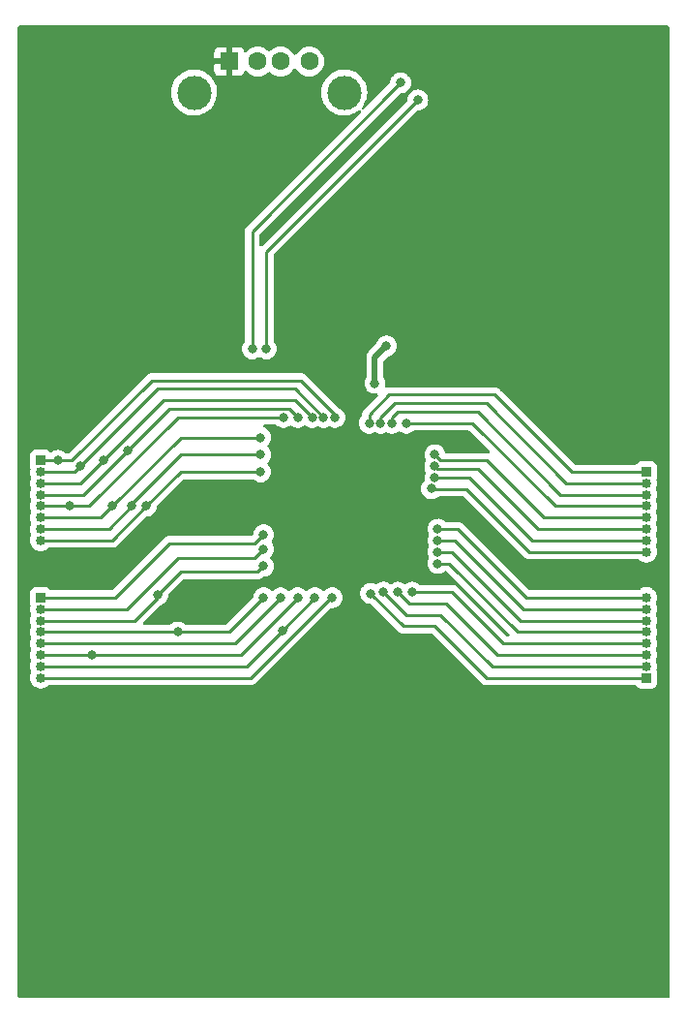
<source format=gbr>
%TF.GenerationSoftware,KiCad,Pcbnew,(6.0.5)*%
%TF.CreationDate,2022-06-16T01:18:26+03:00*%
%TF.ProjectId,P2_Neata_Adrian+Radulescu,50325f4e-6561-4746-915f-41647269616e,rev?*%
%TF.SameCoordinates,Original*%
%TF.FileFunction,Copper,L2,Bot*%
%TF.FilePolarity,Positive*%
%FSLAX46Y46*%
G04 Gerber Fmt 4.6, Leading zero omitted, Abs format (unit mm)*
G04 Created by KiCad (PCBNEW (6.0.5)) date 2022-06-16 01:18:26*
%MOMM*%
%LPD*%
G01*
G04 APERTURE LIST*
%TA.AperFunction,ComponentPad*%
%ADD10O,0.850000X0.850000*%
%TD*%
%TA.AperFunction,ComponentPad*%
%ADD11R,0.850000X0.850000*%
%TD*%
%TA.AperFunction,ComponentPad*%
%ADD12R,1.600000X1.500000*%
%TD*%
%TA.AperFunction,ComponentPad*%
%ADD13C,1.600000*%
%TD*%
%TA.AperFunction,ComponentPad*%
%ADD14C,3.000000*%
%TD*%
%TA.AperFunction,ViaPad*%
%ADD15C,0.800000*%
%TD*%
%TA.AperFunction,Conductor*%
%ADD16C,0.500000*%
%TD*%
%TA.AperFunction,Conductor*%
%ADD17C,0.250000*%
%TD*%
G04 APERTURE END LIST*
D10*
%TO.P,J1,8*%
%TO.N,Net-(J1-Pad8)*%
X93000000Y-90000000D03*
%TO.P,J1,7*%
%TO.N,Net-(J1-Pad7)*%
X93000000Y-89000000D03*
%TO.P,J1,6*%
%TO.N,Net-(J1-Pad6)*%
X93000000Y-88000000D03*
%TO.P,J1,5*%
%TO.N,Net-(J1-Pad5)*%
X93000000Y-87000000D03*
%TO.P,J1,4*%
%TO.N,Net-(J1-Pad4)*%
X93000000Y-86000000D03*
%TO.P,J1,3*%
%TO.N,Net-(J1-Pad3)*%
X93000000Y-85000000D03*
%TO.P,J1,2*%
%TO.N,Net-(J1-Pad2)*%
X93000000Y-84000000D03*
D11*
%TO.P,J1,1*%
%TO.N,Net-(J1-Pad1)*%
X93000000Y-83000000D03*
%TD*%
%TO.P,J2,1*%
%TO.N,Net-(J2-Pad1)*%
X93000000Y-101000000D03*
D10*
%TO.P,J2,2*%
%TO.N,Net-(J2-Pad2)*%
X93000000Y-100000000D03*
%TO.P,J2,3*%
%TO.N,Net-(J2-Pad3)*%
X93000000Y-99000000D03*
%TO.P,J2,4*%
%TO.N,Net-(J2-Pad4)*%
X93000000Y-98000000D03*
%TO.P,J2,5*%
%TO.N,Net-(J2-Pad5)*%
X93000000Y-97000000D03*
%TO.P,J2,6*%
%TO.N,Net-(J2-Pad6)*%
X93000000Y-96000000D03*
%TO.P,J2,7*%
%TO.N,Net-(J2-Pad7)*%
X93000000Y-95000000D03*
%TO.P,J2,8*%
%TO.N,Net-(J2-Pad8)*%
X93000000Y-94000000D03*
%TD*%
D11*
%TO.P,J3,1*%
%TO.N,AVR_PB0*%
X40000000Y-82000000D03*
D10*
%TO.P,J3,2*%
%TO.N,AVR_PB1*%
X40000000Y-83000000D03*
%TO.P,J3,3*%
%TO.N,AVR_PB2*%
X40000000Y-84000000D03*
%TO.P,J3,4*%
%TO.N,AVR_PB3*%
X40000000Y-85000000D03*
%TO.P,J3,5*%
%TO.N,AVR_PB4*%
X40000000Y-86000000D03*
%TO.P,J3,6*%
%TO.N,AVR_PB5*%
X40000000Y-87000000D03*
%TO.P,J3,7*%
%TO.N,AVR_PB6*%
X40000000Y-88000000D03*
%TO.P,J3,8*%
%TO.N,AVR_PB7*%
X40000000Y-89000000D03*
%TD*%
D11*
%TO.P,J4,1*%
%TO.N,AVR_PD0*%
X40000000Y-94000000D03*
D10*
%TO.P,J4,2*%
%TO.N,AVR_PD1*%
X40000000Y-95000000D03*
%TO.P,J4,3*%
%TO.N,AVR_RXD*%
X40000000Y-96000000D03*
%TO.P,J4,4*%
%TO.N,AVR_TXD*%
X40000000Y-97000000D03*
%TO.P,J4,5*%
%TO.N,AVR_PD4*%
X40000000Y-98000000D03*
%TO.P,J4,6*%
%TO.N,AVR_PD5*%
X40000000Y-99000000D03*
%TO.P,J4,7*%
%TO.N,AVR_PD6*%
X40000000Y-100000000D03*
%TO.P,J4,8*%
%TO.N,AVR_PD7*%
X40000000Y-101000000D03*
%TD*%
D12*
%TO.P,USB,1*%
%TO.N,+5V*%
X56500000Y-47140000D03*
D13*
%TO.P,USB,2*%
%TO.N,USB_D-*%
X59000000Y-47140000D03*
%TO.P,USB,3*%
%TO.N,USB_D+*%
X61000000Y-47140000D03*
%TO.P,USB,4*%
%TO.N,GND*%
X63500000Y-47140000D03*
D14*
%TO.P,USB,5*%
X53430000Y-49850000D03*
X66570000Y-49850000D03*
%TD*%
D15*
%TO.N,GND*%
X69250000Y-75250000D03*
X70250000Y-72000000D03*
%TO.N,+5V*%
X48000000Y-45000000D03*
X67000000Y-94000000D03*
X67750000Y-77000000D03*
X74750000Y-86750000D03*
X50000000Y-47000000D03*
X84000000Y-46000000D03*
X59250000Y-85000000D03*
%TO.N,AVR_PB4*%
X61250000Y-78250000D03*
X42500000Y-86000000D03*
%TO.N,AVR_PB5*%
X59250000Y-80000000D03*
X46250000Y-86000000D03*
%TO.N,AVR_PB6*%
X59250000Y-81500000D03*
X48000000Y-86000000D03*
%TO.N,AVR_PB7*%
X49250000Y-86000000D03*
X59250000Y-83000000D03*
%TO.N,Net-(J1-Pad8)*%
X74182464Y-84475500D03*
%TO.N,Net-(J1-Pad7)*%
X74500146Y-83511724D03*
%TO.N,Net-(J1-Pad6)*%
X74487701Y-82512299D03*
%TO.N,Net-(J1-Pad5)*%
X74500000Y-81500000D03*
%TO.N,Net-(J1-Pad4)*%
X72000000Y-78750000D03*
%TO.N,Net-(J1-Pad3)*%
X70750000Y-78750000D03*
X70750000Y-78750000D03*
%TO.N,Net-(J1-Pad2)*%
X69749503Y-78750000D03*
%TO.N,Net-(J1-Pad1)*%
X68750000Y-78750000D03*
%TO.N,Net-(J2-Pad8)*%
X74750000Y-88000000D03*
%TO.N,Net-(J2-Pad7)*%
X74750000Y-89000000D03*
%TO.N,Net-(J2-Pad6)*%
X74750000Y-90000000D03*
%TO.N,Net-(J2-Pad5)*%
X74750000Y-91000000D03*
%TO.N,Net-(J2-Pad4)*%
X72500000Y-93500000D03*
%TO.N,Net-(J2-Pad3)*%
X71250000Y-93500000D03*
%TO.N,Net-(J2-Pad2)*%
X70000000Y-93500000D03*
%TO.N,Net-(J2-Pad1)*%
X68875000Y-93625000D03*
%TO.N,AVR_PB3*%
X62500000Y-78250000D03*
X47625000Y-81125000D03*
%TO.N,AVR_PB2*%
X45500000Y-82000000D03*
X63750000Y-78250000D03*
%TO.N,AVR_PB1*%
X64750000Y-78250000D03*
X43500000Y-82500000D03*
%TO.N,AVR_PB0*%
X41500000Y-82000000D03*
X65750000Y-78250000D03*
%TO.N,AVR_PD7*%
X65500000Y-94000000D03*
%TO.N,AVR_PD6*%
X64000000Y-94000000D03*
X61125000Y-96875000D03*
%TO.N,AVR_PD5*%
X44500000Y-99000000D03*
X62500000Y-94000000D03*
%TO.N,AVR_PD4*%
X61000000Y-94000000D03*
%TO.N,AVR_TXD*%
X52000000Y-97000000D03*
X59750000Y-72250000D03*
X73000000Y-50500000D03*
X59500000Y-94000000D03*
%TO.N,AVR_RXD*%
X59500000Y-91250000D03*
X71500000Y-49000000D03*
X50250000Y-93750000D03*
X58500000Y-72250000D03*
%TO.N,AVR_PD1*%
X59500000Y-89750000D03*
%TO.N,AVR_PD0*%
X59500000Y-88500000D03*
%TD*%
D16*
%TO.N,GND*%
X69250000Y-75250000D02*
X69250000Y-73000000D01*
X69250000Y-73000000D02*
X70250000Y-72000000D01*
D17*
%TO.N,AVR_PB4*%
X44250000Y-86000000D02*
X52000000Y-78250000D01*
X52000000Y-78250000D02*
X61250000Y-78250000D01*
X42500000Y-86000000D02*
X44250000Y-86000000D01*
X40000000Y-86000000D02*
X42500000Y-86000000D01*
%TO.N,AVR_PB5*%
X46250000Y-86000000D02*
X45250000Y-87000000D01*
X45250000Y-87000000D02*
X40000000Y-87000000D01*
X46250000Y-86000000D02*
X52250000Y-80000000D01*
X52250000Y-80000000D02*
X59250000Y-80000000D01*
%TO.N,AVR_PB6*%
X48000000Y-86000000D02*
X48000000Y-85750000D01*
X52250000Y-81500000D02*
X59250000Y-81500000D01*
X46000000Y-88000000D02*
X40000000Y-88000000D01*
X48000000Y-85750000D02*
X52250000Y-81500000D01*
X48000000Y-86000000D02*
X46000000Y-88000000D01*
%TO.N,AVR_PB7*%
X49250000Y-86000000D02*
X52250000Y-83000000D01*
X46250000Y-89000000D02*
X49250000Y-86000000D01*
X52250000Y-83000000D02*
X59250000Y-83000000D01*
X40000000Y-89000000D02*
X46250000Y-89000000D01*
%TO.N,Net-(J1-Pad8)*%
X82750000Y-90000000D02*
X77250000Y-84500000D01*
X74750000Y-84500000D02*
X74250000Y-84500000D01*
X93000000Y-90000000D02*
X82750000Y-90000000D01*
X77250000Y-84500000D02*
X74750000Y-84500000D01*
%TO.N,Net-(J1-Pad7)*%
X77511724Y-83511724D02*
X83000000Y-89000000D01*
X74500146Y-83511724D02*
X77511724Y-83511724D01*
X83000000Y-89000000D02*
X93000000Y-89000000D01*
%TO.N,Net-(J1-Pad6)*%
X78250000Y-82750000D02*
X83500000Y-88000000D01*
X83500000Y-88000000D02*
X93000000Y-88000000D01*
X74487701Y-82512299D02*
X74725402Y-82750000D01*
X74725402Y-82750000D02*
X78250000Y-82750000D01*
%TO.N,Net-(J1-Pad5)*%
X75000000Y-82000000D02*
X79000000Y-82000000D01*
X79000000Y-82000000D02*
X84000000Y-87000000D01*
X84000000Y-87000000D02*
X93000000Y-87000000D01*
X74500000Y-81500000D02*
X75000000Y-82000000D01*
%TO.N,Net-(J1-Pad4)*%
X72000000Y-78750000D02*
X77750000Y-78750000D01*
X77750000Y-78750000D02*
X85000000Y-86000000D01*
X85000000Y-86000000D02*
X93000000Y-86000000D01*
%TO.N,Net-(J1-Pad3)*%
X70750000Y-78250000D02*
X71250000Y-77750000D01*
X71250000Y-77750000D02*
X78250000Y-77750000D01*
X85500000Y-85000000D02*
X93000000Y-85000000D01*
X78250000Y-77750000D02*
X85500000Y-85000000D01*
X70750000Y-78750000D02*
X70750000Y-78250000D01*
%TO.N,Net-(J1-Pad2)*%
X69749503Y-78250497D02*
X71000000Y-77000000D01*
X79000000Y-77000000D02*
X86000000Y-84000000D01*
X71000000Y-77000000D02*
X79000000Y-77000000D01*
X69749503Y-78750000D02*
X69749503Y-78250497D01*
X86000000Y-84000000D02*
X93000000Y-84000000D01*
%TO.N,Net-(J1-Pad1)*%
X79750000Y-76250000D02*
X86500000Y-83000000D01*
X86500000Y-83000000D02*
X93000000Y-83000000D01*
X68750000Y-78000000D02*
X70500000Y-76250000D01*
X68750000Y-78750000D02*
X68750000Y-78000000D01*
X70500000Y-76250000D02*
X79750000Y-76250000D01*
%TO.N,Net-(J2-Pad8)*%
X93000000Y-94000000D02*
X82500000Y-94000000D01*
X82500000Y-94000000D02*
X76500000Y-88000000D01*
X76500000Y-88000000D02*
X74750000Y-88000000D01*
%TO.N,Net-(J2-Pad7)*%
X76250000Y-89000000D02*
X74750000Y-89000000D01*
X82250000Y-95000000D02*
X76250000Y-89000000D01*
X93000000Y-95000000D02*
X82250000Y-95000000D01*
%TO.N,Net-(J2-Pad6)*%
X93000000Y-96000000D02*
X82000000Y-96000000D01*
X82000000Y-96000000D02*
X76000000Y-90000000D01*
X76000000Y-90000000D02*
X74750000Y-90000000D01*
%TO.N,Net-(J2-Pad5)*%
X93000000Y-97000000D02*
X81750000Y-97000000D01*
X75750000Y-91000000D02*
X74750000Y-91000000D01*
X81750000Y-97000000D02*
X75750000Y-91000000D01*
%TO.N,Net-(J2-Pad4)*%
X76000000Y-93500000D02*
X72500000Y-93500000D01*
X93000000Y-98000000D02*
X80500000Y-98000000D01*
X80500000Y-98000000D02*
X76000000Y-93500000D01*
%TO.N,Net-(J2-Pad3)*%
X75500000Y-94500000D02*
X72250000Y-94500000D01*
X80000000Y-99000000D02*
X75500000Y-94500000D01*
X72250000Y-94500000D02*
X71250000Y-93500000D01*
X93000000Y-99000000D02*
X80000000Y-99000000D01*
%TO.N,Net-(J2-Pad2)*%
X72000000Y-95500000D02*
X70000000Y-93500000D01*
X93000000Y-100000000D02*
X79500000Y-100000000D01*
X79500000Y-100000000D02*
X75000000Y-95500000D01*
X75000000Y-95500000D02*
X72000000Y-95500000D01*
%TO.N,Net-(J2-Pad1)*%
X93000000Y-101000000D02*
X79000000Y-101000000D01*
X68875000Y-93625000D02*
X68750000Y-93500000D01*
X79000000Y-101000000D02*
X74500000Y-96500000D01*
X71750000Y-96500000D02*
X68875000Y-93625000D01*
X74500000Y-96500000D02*
X71750000Y-96500000D01*
%TO.N,AVR_PB3*%
X51224511Y-77525489D02*
X61775489Y-77525489D01*
X40000000Y-85000000D02*
X43750000Y-85000000D01*
X43750000Y-85000000D02*
X47625000Y-81125000D01*
X47625000Y-81125000D02*
X51224511Y-77525489D01*
X61775489Y-77525489D02*
X62500000Y-78250000D01*
%TO.N,AVR_PB2*%
X43500000Y-84000000D02*
X45500000Y-82000000D01*
X45500000Y-82000000D02*
X50750000Y-76750000D01*
X50750000Y-76750000D02*
X62250000Y-76750000D01*
X62250000Y-76750000D02*
X63750000Y-78250000D01*
X40000000Y-84000000D02*
X43500000Y-84000000D01*
%TO.N,AVR_PB1*%
X62274614Y-75750000D02*
X64750000Y-78225386D01*
X43000000Y-83000000D02*
X40000000Y-83000000D01*
X64750000Y-78225386D02*
X64750000Y-78250000D01*
X50250000Y-75750000D02*
X62274614Y-75750000D01*
X43500000Y-82500000D02*
X43000000Y-83000000D01*
X43500000Y-82500000D02*
X50250000Y-75750000D01*
%TO.N,AVR_PB0*%
X40000000Y-82000000D02*
X41500000Y-82000000D01*
X41500000Y-82000000D02*
X42750000Y-82000000D01*
X49750000Y-75000000D02*
X62750000Y-75000000D01*
X42750000Y-82000000D02*
X49750000Y-75000000D01*
X62750000Y-75000000D02*
X65750000Y-78000000D01*
X65750000Y-78000000D02*
X65750000Y-78250000D01*
%TO.N,AVR_PD7*%
X65500000Y-94000000D02*
X65375000Y-94000000D01*
X65375000Y-94000000D02*
X58375000Y-101000000D01*
X58375000Y-101000000D02*
X40000000Y-101000000D01*
%TO.N,AVR_PD6*%
X61125000Y-96875000D02*
X64000000Y-94000000D01*
X40000000Y-100000000D02*
X58000000Y-100000000D01*
X58000000Y-100000000D02*
X61125000Y-96875000D01*
%TO.N,AVR_PD5*%
X44500000Y-99000000D02*
X51500000Y-99000000D01*
X51500000Y-99000000D02*
X57500000Y-99000000D01*
X57500000Y-99000000D02*
X62500000Y-94000000D01*
X40000000Y-99000000D02*
X44500000Y-99000000D01*
%TO.N,AVR_PD4*%
X40000000Y-98000000D02*
X57000000Y-98000000D01*
X57000000Y-98000000D02*
X61000000Y-94000000D01*
%TO.N,AVR_TXD*%
X59750000Y-72250000D02*
X59750000Y-63750000D01*
X56500000Y-97000000D02*
X59500000Y-94000000D01*
X40000000Y-97000000D02*
X52000000Y-97000000D01*
X59750000Y-63750000D02*
X73000000Y-50500000D01*
X52000000Y-97000000D02*
X56500000Y-97000000D01*
%TO.N,AVR_RXD*%
X52250000Y-91750000D02*
X59000000Y-91750000D01*
X58500000Y-62000000D02*
X71500000Y-49000000D01*
X50250000Y-93750000D02*
X52250000Y-91750000D01*
X59000000Y-91750000D02*
X59500000Y-91250000D01*
X48250000Y-96000000D02*
X40000000Y-96000000D01*
X50250000Y-94000000D02*
X48250000Y-96000000D01*
X58500000Y-72250000D02*
X58500000Y-62000000D01*
X50250000Y-93750000D02*
X50250000Y-94000000D01*
%TO.N,AVR_PD1*%
X58750000Y-90500000D02*
X52000000Y-90500000D01*
X47500000Y-95000000D02*
X40000000Y-95000000D01*
X52000000Y-90500000D02*
X47500000Y-95000000D01*
X59500000Y-89750000D02*
X58750000Y-90500000D01*
%TO.N,AVR_PD0*%
X59500000Y-88500000D02*
X58750000Y-89250000D01*
X51250000Y-89250000D02*
X46500000Y-94000000D01*
X46500000Y-94000000D02*
X40000000Y-94000000D01*
X58750000Y-89250000D02*
X51250000Y-89250000D01*
%TD*%
%TA.AperFunction,Conductor*%
%TO.N,+5V*%
G36*
X94942121Y-44020002D02*
G01*
X94988614Y-44073658D01*
X95000000Y-44126000D01*
X95000000Y-128874000D01*
X94979998Y-128942121D01*
X94926342Y-128988614D01*
X94874000Y-129000000D01*
X38126000Y-129000000D01*
X38057879Y-128979998D01*
X38011386Y-128926342D01*
X38000000Y-128874000D01*
X38000000Y-101000000D01*
X39061358Y-101000000D01*
X39081870Y-101195155D01*
X39142508Y-101381780D01*
X39145811Y-101387502D01*
X39145812Y-101387503D01*
X39152160Y-101398498D01*
X39240623Y-101551720D01*
X39245041Y-101556627D01*
X39245042Y-101556628D01*
X39317391Y-101636980D01*
X39371926Y-101697547D01*
X39530679Y-101812888D01*
X39536707Y-101815572D01*
X39536709Y-101815573D01*
X39703913Y-101890017D01*
X39709944Y-101892702D01*
X39805915Y-101913101D01*
X39895428Y-101932128D01*
X39895432Y-101932128D01*
X39901885Y-101933500D01*
X40098115Y-101933500D01*
X40104568Y-101932128D01*
X40104572Y-101932128D01*
X40194085Y-101913101D01*
X40290056Y-101892702D01*
X40296087Y-101890017D01*
X40463291Y-101815573D01*
X40463293Y-101815572D01*
X40469321Y-101812888D01*
X40628074Y-101697547D01*
X40648206Y-101675188D01*
X40708649Y-101637950D01*
X40741840Y-101633500D01*
X58296233Y-101633500D01*
X58307416Y-101634027D01*
X58314909Y-101635702D01*
X58322835Y-101635453D01*
X58322836Y-101635453D01*
X58382986Y-101633562D01*
X58386945Y-101633500D01*
X58414856Y-101633500D01*
X58418791Y-101633003D01*
X58418856Y-101632995D01*
X58430693Y-101632062D01*
X58462951Y-101631048D01*
X58466970Y-101630922D01*
X58474889Y-101630673D01*
X58494343Y-101625021D01*
X58513700Y-101621013D01*
X58525930Y-101619468D01*
X58525931Y-101619468D01*
X58533797Y-101618474D01*
X58541168Y-101615555D01*
X58541170Y-101615555D01*
X58574912Y-101602196D01*
X58586142Y-101598351D01*
X58620983Y-101588229D01*
X58620984Y-101588229D01*
X58628593Y-101586018D01*
X58635412Y-101581985D01*
X58635417Y-101581983D01*
X58646028Y-101575707D01*
X58663776Y-101567012D01*
X58682617Y-101559552D01*
X58718387Y-101533564D01*
X58728307Y-101527048D01*
X58759535Y-101508580D01*
X58759538Y-101508578D01*
X58766362Y-101504542D01*
X58780683Y-101490221D01*
X58795717Y-101477380D01*
X58805694Y-101470131D01*
X58812107Y-101465472D01*
X58840298Y-101431395D01*
X58848288Y-101422616D01*
X65325500Y-94945405D01*
X65387812Y-94911379D01*
X65414595Y-94908500D01*
X65595487Y-94908500D01*
X65601939Y-94907128D01*
X65601944Y-94907128D01*
X65688888Y-94888647D01*
X65782288Y-94868794D01*
X65788319Y-94866109D01*
X65950722Y-94793803D01*
X65950724Y-94793802D01*
X65956752Y-94791118D01*
X66111253Y-94678866D01*
X66239040Y-94536944D01*
X66263161Y-94495166D01*
X66331223Y-94377279D01*
X66331224Y-94377278D01*
X66334527Y-94371556D01*
X66393542Y-94189928D01*
X66395968Y-94166852D01*
X66412814Y-94006565D01*
X66413504Y-94000000D01*
X66407190Y-93939928D01*
X66394232Y-93816635D01*
X66394232Y-93816633D01*
X66393542Y-93810072D01*
X66334527Y-93628444D01*
X66332539Y-93625000D01*
X67961496Y-93625000D01*
X67962186Y-93631565D01*
X67977231Y-93774707D01*
X67981458Y-93814928D01*
X68040473Y-93996556D01*
X68135960Y-94161944D01*
X68140378Y-94166851D01*
X68140379Y-94166852D01*
X68259325Y-94298955D01*
X68263747Y-94303866D01*
X68418248Y-94416118D01*
X68424276Y-94418802D01*
X68424278Y-94418803D01*
X68553938Y-94476531D01*
X68592712Y-94493794D01*
X68686112Y-94513647D01*
X68773056Y-94532128D01*
X68773061Y-94532128D01*
X68779513Y-94533500D01*
X68835406Y-94533500D01*
X68903527Y-94553502D01*
X68924501Y-94570405D01*
X71246348Y-96892253D01*
X71253888Y-96900539D01*
X71258000Y-96907018D01*
X71263777Y-96912443D01*
X71307651Y-96953643D01*
X71310493Y-96956398D01*
X71330230Y-96976135D01*
X71333427Y-96978615D01*
X71342447Y-96986318D01*
X71374679Y-97016586D01*
X71381625Y-97020405D01*
X71381628Y-97020407D01*
X71392434Y-97026348D01*
X71408953Y-97037199D01*
X71424959Y-97049614D01*
X71432228Y-97052759D01*
X71432232Y-97052762D01*
X71465537Y-97067174D01*
X71476187Y-97072391D01*
X71514940Y-97093695D01*
X71522615Y-97095666D01*
X71522616Y-97095666D01*
X71534562Y-97098733D01*
X71553267Y-97105137D01*
X71571855Y-97113181D01*
X71579678Y-97114420D01*
X71579688Y-97114423D01*
X71615524Y-97120099D01*
X71627144Y-97122505D01*
X71662289Y-97131528D01*
X71669970Y-97133500D01*
X71690224Y-97133500D01*
X71709934Y-97135051D01*
X71729943Y-97138220D01*
X71737835Y-97137474D01*
X71773961Y-97134059D01*
X71785819Y-97133500D01*
X74185406Y-97133500D01*
X74253527Y-97153502D01*
X74274501Y-97170405D01*
X78496348Y-101392253D01*
X78503888Y-101400539D01*
X78508000Y-101407018D01*
X78513777Y-101412443D01*
X78557651Y-101453643D01*
X78560493Y-101456398D01*
X78580230Y-101476135D01*
X78583427Y-101478615D01*
X78592447Y-101486318D01*
X78624679Y-101516586D01*
X78631625Y-101520405D01*
X78631628Y-101520407D01*
X78642434Y-101526348D01*
X78658953Y-101537199D01*
X78674959Y-101549614D01*
X78682228Y-101552759D01*
X78682232Y-101552762D01*
X78715537Y-101567174D01*
X78726187Y-101572391D01*
X78764940Y-101593695D01*
X78772615Y-101595666D01*
X78772616Y-101595666D01*
X78784562Y-101598733D01*
X78803267Y-101605137D01*
X78821855Y-101613181D01*
X78829678Y-101614420D01*
X78829688Y-101614423D01*
X78865524Y-101620099D01*
X78877144Y-101622505D01*
X78908959Y-101630673D01*
X78919970Y-101633500D01*
X78940224Y-101633500D01*
X78959934Y-101635051D01*
X78979943Y-101638220D01*
X78987835Y-101637474D01*
X79006580Y-101635702D01*
X79023962Y-101634059D01*
X79035819Y-101633500D01*
X92032725Y-101633500D01*
X92100846Y-101653502D01*
X92133551Y-101683935D01*
X92211739Y-101788261D01*
X92328295Y-101875615D01*
X92464684Y-101926745D01*
X92526866Y-101933500D01*
X93473134Y-101933500D01*
X93535316Y-101926745D01*
X93671705Y-101875615D01*
X93788261Y-101788261D01*
X93875615Y-101671705D01*
X93926745Y-101535316D01*
X93933500Y-101473134D01*
X93933500Y-100526866D01*
X93926745Y-100464684D01*
X93923973Y-100457288D01*
X93923971Y-100457282D01*
X93890684Y-100368489D01*
X93885501Y-100297682D01*
X93888833Y-100285325D01*
X93916089Y-100201437D01*
X93916090Y-100201434D01*
X93918130Y-100195155D01*
X93938642Y-100000000D01*
X93918130Y-99804845D01*
X93857492Y-99618220D01*
X93825611Y-99563000D01*
X93808873Y-99494004D01*
X93825611Y-99437000D01*
X93854188Y-99387503D01*
X93854189Y-99387502D01*
X93857492Y-99381780D01*
X93918130Y-99195155D01*
X93938642Y-99000000D01*
X93918130Y-98804845D01*
X93857492Y-98618220D01*
X93825611Y-98563000D01*
X93808873Y-98494004D01*
X93825611Y-98437000D01*
X93854188Y-98387503D01*
X93854189Y-98387502D01*
X93857492Y-98381780D01*
X93918130Y-98195155D01*
X93938642Y-98000000D01*
X93918130Y-97804845D01*
X93857492Y-97618220D01*
X93825611Y-97563000D01*
X93808873Y-97494004D01*
X93825611Y-97437000D01*
X93854188Y-97387503D01*
X93854189Y-97387502D01*
X93857492Y-97381780D01*
X93918130Y-97195155D01*
X93927592Y-97105137D01*
X93937952Y-97006565D01*
X93938642Y-97000000D01*
X93918130Y-96804845D01*
X93857492Y-96618220D01*
X93825611Y-96563000D01*
X93808873Y-96494004D01*
X93825611Y-96437000D01*
X93854188Y-96387503D01*
X93854189Y-96387502D01*
X93857492Y-96381780D01*
X93918130Y-96195155D01*
X93922037Y-96157988D01*
X93937952Y-96006565D01*
X93938642Y-96000000D01*
X93918130Y-95804845D01*
X93857492Y-95618220D01*
X93825611Y-95563000D01*
X93808873Y-95494004D01*
X93825611Y-95437000D01*
X93854188Y-95387503D01*
X93854189Y-95387502D01*
X93857492Y-95381780D01*
X93918130Y-95195155D01*
X93938642Y-95000000D01*
X93924996Y-94870166D01*
X93918820Y-94811409D01*
X93918820Y-94811408D01*
X93918130Y-94804845D01*
X93857492Y-94618220D01*
X93825611Y-94563000D01*
X93808873Y-94494004D01*
X93825611Y-94437000D01*
X93854188Y-94387503D01*
X93854189Y-94387502D01*
X93857492Y-94381780D01*
X93918130Y-94195155D01*
X93938642Y-94000000D01*
X93918130Y-93804845D01*
X93857492Y-93618220D01*
X93759377Y-93448280D01*
X93747485Y-93435072D01*
X93632496Y-93307364D01*
X93632495Y-93307363D01*
X93628074Y-93302453D01*
X93495590Y-93206197D01*
X93474663Y-93190993D01*
X93474662Y-93190992D01*
X93469321Y-93187112D01*
X93463293Y-93184428D01*
X93463291Y-93184427D01*
X93296087Y-93109983D01*
X93296086Y-93109983D01*
X93290056Y-93107298D01*
X93194086Y-93086899D01*
X93104572Y-93067872D01*
X93104568Y-93067872D01*
X93098115Y-93066500D01*
X92901885Y-93066500D01*
X92895432Y-93067872D01*
X92895428Y-93067872D01*
X92805914Y-93086899D01*
X92709944Y-93107298D01*
X92703914Y-93109983D01*
X92703913Y-93109983D01*
X92536709Y-93184427D01*
X92536707Y-93184428D01*
X92530679Y-93187112D01*
X92525338Y-93190992D01*
X92525337Y-93190993D01*
X92504411Y-93206197D01*
X92371926Y-93302453D01*
X92351794Y-93324812D01*
X92291351Y-93362050D01*
X92258160Y-93366500D01*
X82814595Y-93366500D01*
X82746474Y-93346498D01*
X82725500Y-93329595D01*
X77003652Y-87607747D01*
X76996112Y-87599461D01*
X76992000Y-87592982D01*
X76942348Y-87546356D01*
X76939507Y-87543602D01*
X76919770Y-87523865D01*
X76916573Y-87521385D01*
X76907551Y-87513680D01*
X76875321Y-87483414D01*
X76868375Y-87479595D01*
X76868372Y-87479593D01*
X76857566Y-87473652D01*
X76841047Y-87462801D01*
X76835048Y-87458148D01*
X76825041Y-87450386D01*
X76817772Y-87447241D01*
X76817768Y-87447238D01*
X76784463Y-87432826D01*
X76773813Y-87427609D01*
X76735060Y-87406305D01*
X76715437Y-87401267D01*
X76696734Y-87394863D01*
X76685420Y-87389967D01*
X76685419Y-87389967D01*
X76678145Y-87386819D01*
X76670322Y-87385580D01*
X76670312Y-87385577D01*
X76634476Y-87379901D01*
X76622856Y-87377495D01*
X76587711Y-87368472D01*
X76587710Y-87368472D01*
X76580030Y-87366500D01*
X76559776Y-87366500D01*
X76540065Y-87364949D01*
X76527886Y-87363020D01*
X76520057Y-87361780D01*
X76512165Y-87362526D01*
X76476039Y-87365941D01*
X76464181Y-87366500D01*
X75458200Y-87366500D01*
X75390079Y-87346498D01*
X75370853Y-87330157D01*
X75370580Y-87330460D01*
X75365668Y-87326037D01*
X75361253Y-87321134D01*
X75206752Y-87208882D01*
X75200724Y-87206198D01*
X75200722Y-87206197D01*
X75038319Y-87133891D01*
X75038318Y-87133891D01*
X75032288Y-87131206D01*
X74938888Y-87111353D01*
X74851944Y-87092872D01*
X74851939Y-87092872D01*
X74845487Y-87091500D01*
X74654513Y-87091500D01*
X74648061Y-87092872D01*
X74648056Y-87092872D01*
X74561112Y-87111353D01*
X74467712Y-87131206D01*
X74461682Y-87133891D01*
X74461681Y-87133891D01*
X74299278Y-87206197D01*
X74299276Y-87206198D01*
X74293248Y-87208882D01*
X74138747Y-87321134D01*
X74134326Y-87326044D01*
X74134325Y-87326045D01*
X74025203Y-87447238D01*
X74010960Y-87463056D01*
X73986169Y-87505996D01*
X73936011Y-87592872D01*
X73915473Y-87628444D01*
X73856458Y-87810072D01*
X73836496Y-88000000D01*
X73856458Y-88189928D01*
X73915473Y-88371556D01*
X73918776Y-88377278D01*
X73918777Y-88377279D01*
X73953257Y-88437000D01*
X73969995Y-88505995D01*
X73953257Y-88563000D01*
X73922405Y-88616438D01*
X73915473Y-88628444D01*
X73856458Y-88810072D01*
X73855768Y-88816633D01*
X73855768Y-88816635D01*
X73850656Y-88865271D01*
X73836496Y-89000000D01*
X73856458Y-89189928D01*
X73915473Y-89371556D01*
X73918776Y-89377278D01*
X73918777Y-89377279D01*
X73953257Y-89437000D01*
X73969995Y-89505995D01*
X73953257Y-89563000D01*
X73919046Y-89622256D01*
X73915473Y-89628444D01*
X73856458Y-89810072D01*
X73855768Y-89816633D01*
X73855768Y-89816635D01*
X73843485Y-89933500D01*
X73836496Y-90000000D01*
X73856458Y-90189928D01*
X73915473Y-90371556D01*
X73918776Y-90377278D01*
X73918777Y-90377279D01*
X73953257Y-90437000D01*
X73969995Y-90505995D01*
X73953257Y-90563000D01*
X73926103Y-90610033D01*
X73915473Y-90628444D01*
X73856458Y-90810072D01*
X73855768Y-90816633D01*
X73855768Y-90816635D01*
X73843485Y-90933500D01*
X73836496Y-91000000D01*
X73837186Y-91006565D01*
X73843500Y-91066635D01*
X73856458Y-91189928D01*
X73915473Y-91371556D01*
X74010960Y-91536944D01*
X74138747Y-91678866D01*
X74293248Y-91791118D01*
X74299276Y-91793802D01*
X74299278Y-91793803D01*
X74461681Y-91866109D01*
X74467712Y-91868794D01*
X74561113Y-91888647D01*
X74648056Y-91907128D01*
X74648061Y-91907128D01*
X74654513Y-91908500D01*
X74845487Y-91908500D01*
X74851939Y-91907128D01*
X74851944Y-91907128D01*
X74938887Y-91888647D01*
X75032288Y-91868794D01*
X75038319Y-91866109D01*
X75200722Y-91793803D01*
X75200724Y-91793802D01*
X75206752Y-91791118D01*
X75361253Y-91678866D01*
X75363399Y-91676483D01*
X75426274Y-91646312D01*
X75496727Y-91655078D01*
X75535667Y-91681571D01*
X81005501Y-97151405D01*
X81039527Y-97213717D01*
X81034462Y-97284532D01*
X80991915Y-97341368D01*
X80925395Y-97366179D01*
X80916406Y-97366500D01*
X80814594Y-97366500D01*
X80746473Y-97346498D01*
X80725499Y-97329595D01*
X76503652Y-93107747D01*
X76496112Y-93099461D01*
X76492000Y-93092982D01*
X76442348Y-93046356D01*
X76439507Y-93043602D01*
X76419770Y-93023865D01*
X76416573Y-93021385D01*
X76407551Y-93013680D01*
X76381100Y-92988841D01*
X76375321Y-92983414D01*
X76368375Y-92979595D01*
X76368372Y-92979593D01*
X76357566Y-92973652D01*
X76341047Y-92962801D01*
X76340583Y-92962441D01*
X76325041Y-92950386D01*
X76317772Y-92947241D01*
X76317768Y-92947238D01*
X76284463Y-92932826D01*
X76273813Y-92927609D01*
X76235060Y-92906305D01*
X76215437Y-92901267D01*
X76196734Y-92894863D01*
X76185420Y-92889967D01*
X76185419Y-92889967D01*
X76178145Y-92886819D01*
X76170322Y-92885580D01*
X76170312Y-92885577D01*
X76134476Y-92879901D01*
X76122856Y-92877495D01*
X76087711Y-92868472D01*
X76087710Y-92868472D01*
X76080030Y-92866500D01*
X76059776Y-92866500D01*
X76040065Y-92864949D01*
X76027886Y-92863020D01*
X76020057Y-92861780D01*
X76012165Y-92862526D01*
X75976039Y-92865941D01*
X75964181Y-92866500D01*
X73208200Y-92866500D01*
X73140079Y-92846498D01*
X73120853Y-92830157D01*
X73120580Y-92830460D01*
X73115668Y-92826037D01*
X73111253Y-92821134D01*
X72969126Y-92717872D01*
X72962094Y-92712763D01*
X72962093Y-92712762D01*
X72956752Y-92708882D01*
X72950724Y-92706198D01*
X72950722Y-92706197D01*
X72788319Y-92633891D01*
X72788318Y-92633891D01*
X72782288Y-92631206D01*
X72688888Y-92611353D01*
X72601944Y-92592872D01*
X72601939Y-92592872D01*
X72595487Y-92591500D01*
X72404513Y-92591500D01*
X72398061Y-92592872D01*
X72398056Y-92592872D01*
X72311112Y-92611353D01*
X72217712Y-92631206D01*
X72211682Y-92633891D01*
X72211681Y-92633891D01*
X72049278Y-92706197D01*
X72049276Y-92706198D01*
X72043248Y-92708882D01*
X72037907Y-92712762D01*
X72037906Y-92712763D01*
X71949061Y-92777313D01*
X71882193Y-92801172D01*
X71813042Y-92785091D01*
X71800939Y-92777313D01*
X71712094Y-92712763D01*
X71712093Y-92712762D01*
X71706752Y-92708882D01*
X71700724Y-92706198D01*
X71700722Y-92706197D01*
X71538319Y-92633891D01*
X71538318Y-92633891D01*
X71532288Y-92631206D01*
X71438888Y-92611353D01*
X71351944Y-92592872D01*
X71351939Y-92592872D01*
X71345487Y-92591500D01*
X71154513Y-92591500D01*
X71148061Y-92592872D01*
X71148056Y-92592872D01*
X71061112Y-92611353D01*
X70967712Y-92631206D01*
X70961682Y-92633891D01*
X70961681Y-92633891D01*
X70799278Y-92706197D01*
X70799276Y-92706198D01*
X70793248Y-92708882D01*
X70787907Y-92712762D01*
X70787906Y-92712763D01*
X70699061Y-92777313D01*
X70632193Y-92801172D01*
X70563042Y-92785091D01*
X70550939Y-92777313D01*
X70462094Y-92712763D01*
X70462093Y-92712762D01*
X70456752Y-92708882D01*
X70450724Y-92706198D01*
X70450722Y-92706197D01*
X70288319Y-92633891D01*
X70288318Y-92633891D01*
X70282288Y-92631206D01*
X70188888Y-92611353D01*
X70101944Y-92592872D01*
X70101939Y-92592872D01*
X70095487Y-92591500D01*
X69904513Y-92591500D01*
X69898061Y-92592872D01*
X69898056Y-92592872D01*
X69811112Y-92611353D01*
X69717712Y-92631206D01*
X69711682Y-92633891D01*
X69711681Y-92633891D01*
X69549278Y-92706197D01*
X69549276Y-92706198D01*
X69543248Y-92708882D01*
X69416223Y-92801172D01*
X69415065Y-92802013D01*
X69348198Y-92825871D01*
X69289755Y-92815184D01*
X69260173Y-92802013D01*
X69157288Y-92756206D01*
X69063887Y-92736353D01*
X68976944Y-92717872D01*
X68976939Y-92717872D01*
X68970487Y-92716500D01*
X68779513Y-92716500D01*
X68773061Y-92717872D01*
X68773056Y-92717872D01*
X68686113Y-92736353D01*
X68592712Y-92756206D01*
X68586682Y-92758891D01*
X68586681Y-92758891D01*
X68424278Y-92831197D01*
X68424276Y-92831198D01*
X68418248Y-92833882D01*
X68412907Y-92837762D01*
X68412906Y-92837763D01*
X68390731Y-92853874D01*
X68263747Y-92946134D01*
X68259326Y-92951044D01*
X68259325Y-92951045D01*
X68175987Y-93043602D01*
X68135960Y-93088056D01*
X68040473Y-93253444D01*
X67981458Y-93435072D01*
X67980768Y-93441633D01*
X67980768Y-93441635D01*
X67972167Y-93523469D01*
X67961496Y-93625000D01*
X66332539Y-93625000D01*
X66239040Y-93463056D01*
X66221317Y-93443372D01*
X66115675Y-93326045D01*
X66115674Y-93326044D01*
X66111253Y-93321134D01*
X65956752Y-93208882D01*
X65950724Y-93206198D01*
X65950722Y-93206197D01*
X65788319Y-93133891D01*
X65788318Y-93133891D01*
X65782288Y-93131206D01*
X65671923Y-93107747D01*
X65601944Y-93092872D01*
X65601939Y-93092872D01*
X65595487Y-93091500D01*
X65404513Y-93091500D01*
X65398061Y-93092872D01*
X65398056Y-93092872D01*
X65328077Y-93107747D01*
X65217712Y-93131206D01*
X65211682Y-93133891D01*
X65211681Y-93133891D01*
X65049278Y-93206197D01*
X65049276Y-93206198D01*
X65043248Y-93208882D01*
X64888747Y-93321134D01*
X64884326Y-93326044D01*
X64884325Y-93326045D01*
X64843636Y-93371235D01*
X64783190Y-93408475D01*
X64712207Y-93407123D01*
X64656364Y-93371235D01*
X64615675Y-93326045D01*
X64615674Y-93326044D01*
X64611253Y-93321134D01*
X64456752Y-93208882D01*
X64450724Y-93206198D01*
X64450722Y-93206197D01*
X64288319Y-93133891D01*
X64288318Y-93133891D01*
X64282288Y-93131206D01*
X64171923Y-93107747D01*
X64101944Y-93092872D01*
X64101939Y-93092872D01*
X64095487Y-93091500D01*
X63904513Y-93091500D01*
X63898061Y-93092872D01*
X63898056Y-93092872D01*
X63828077Y-93107747D01*
X63717712Y-93131206D01*
X63711682Y-93133891D01*
X63711681Y-93133891D01*
X63549278Y-93206197D01*
X63549276Y-93206198D01*
X63543248Y-93208882D01*
X63388747Y-93321134D01*
X63384326Y-93326044D01*
X63384325Y-93326045D01*
X63343636Y-93371235D01*
X63283190Y-93408475D01*
X63212207Y-93407123D01*
X63156364Y-93371235D01*
X63115675Y-93326045D01*
X63115674Y-93326044D01*
X63111253Y-93321134D01*
X62956752Y-93208882D01*
X62950724Y-93206198D01*
X62950722Y-93206197D01*
X62788319Y-93133891D01*
X62788318Y-93133891D01*
X62782288Y-93131206D01*
X62671923Y-93107747D01*
X62601944Y-93092872D01*
X62601939Y-93092872D01*
X62595487Y-93091500D01*
X62404513Y-93091500D01*
X62398061Y-93092872D01*
X62398056Y-93092872D01*
X62328077Y-93107747D01*
X62217712Y-93131206D01*
X62211682Y-93133891D01*
X62211681Y-93133891D01*
X62049278Y-93206197D01*
X62049276Y-93206198D01*
X62043248Y-93208882D01*
X61888747Y-93321134D01*
X61884326Y-93326044D01*
X61884325Y-93326045D01*
X61843636Y-93371235D01*
X61783190Y-93408475D01*
X61712207Y-93407123D01*
X61656364Y-93371235D01*
X61615675Y-93326045D01*
X61615674Y-93326044D01*
X61611253Y-93321134D01*
X61456752Y-93208882D01*
X61450724Y-93206198D01*
X61450722Y-93206197D01*
X61288319Y-93133891D01*
X61288318Y-93133891D01*
X61282288Y-93131206D01*
X61171923Y-93107747D01*
X61101944Y-93092872D01*
X61101939Y-93092872D01*
X61095487Y-93091500D01*
X60904513Y-93091500D01*
X60898061Y-93092872D01*
X60898056Y-93092872D01*
X60828077Y-93107747D01*
X60717712Y-93131206D01*
X60711682Y-93133891D01*
X60711681Y-93133891D01*
X60549278Y-93206197D01*
X60549276Y-93206198D01*
X60543248Y-93208882D01*
X60388747Y-93321134D01*
X60384326Y-93326044D01*
X60384325Y-93326045D01*
X60343636Y-93371235D01*
X60283190Y-93408475D01*
X60212207Y-93407123D01*
X60156364Y-93371235D01*
X60115675Y-93326045D01*
X60115674Y-93326044D01*
X60111253Y-93321134D01*
X59956752Y-93208882D01*
X59950724Y-93206198D01*
X59950722Y-93206197D01*
X59788319Y-93133891D01*
X59788318Y-93133891D01*
X59782288Y-93131206D01*
X59671923Y-93107747D01*
X59601944Y-93092872D01*
X59601939Y-93092872D01*
X59595487Y-93091500D01*
X59404513Y-93091500D01*
X59398061Y-93092872D01*
X59398056Y-93092872D01*
X59328077Y-93107747D01*
X59217712Y-93131206D01*
X59211682Y-93133891D01*
X59211681Y-93133891D01*
X59049278Y-93206197D01*
X59049276Y-93206198D01*
X59043248Y-93208882D01*
X58888747Y-93321134D01*
X58884326Y-93326044D01*
X58884325Y-93326045D01*
X58778684Y-93443372D01*
X58760960Y-93463056D01*
X58665473Y-93628444D01*
X58606458Y-93810072D01*
X58605768Y-93816633D01*
X58605768Y-93816635D01*
X58589093Y-93975293D01*
X58562080Y-94040950D01*
X58552878Y-94051218D01*
X56274500Y-96329595D01*
X56212188Y-96363621D01*
X56185405Y-96366500D01*
X52708200Y-96366500D01*
X52640079Y-96346498D01*
X52620853Y-96330157D01*
X52620580Y-96330460D01*
X52615668Y-96326037D01*
X52611253Y-96321134D01*
X52456752Y-96208882D01*
X52450724Y-96206198D01*
X52450722Y-96206197D01*
X52288319Y-96133891D01*
X52288318Y-96133891D01*
X52282288Y-96131206D01*
X52188887Y-96111353D01*
X52101944Y-96092872D01*
X52101939Y-96092872D01*
X52095487Y-96091500D01*
X51904513Y-96091500D01*
X51898061Y-96092872D01*
X51898056Y-96092872D01*
X51811113Y-96111353D01*
X51717712Y-96131206D01*
X51711682Y-96133891D01*
X51711681Y-96133891D01*
X51549278Y-96206197D01*
X51549276Y-96206198D01*
X51543248Y-96208882D01*
X51388747Y-96321134D01*
X51384332Y-96326037D01*
X51379420Y-96330460D01*
X51378295Y-96329211D01*
X51324986Y-96362051D01*
X51291800Y-96366500D01*
X49083594Y-96366500D01*
X49015473Y-96346498D01*
X48968980Y-96292842D01*
X48958876Y-96222568D01*
X48988370Y-96157988D01*
X48994499Y-96151405D01*
X50506440Y-94639464D01*
X50544286Y-94613452D01*
X50700722Y-94543803D01*
X50700724Y-94543802D01*
X50706752Y-94541118D01*
X50720369Y-94531225D01*
X50795648Y-94476531D01*
X50861253Y-94428866D01*
X50876226Y-94412237D01*
X50984621Y-94291852D01*
X50984622Y-94291851D01*
X50989040Y-94286944D01*
X51084527Y-94121556D01*
X51143542Y-93939928D01*
X51160907Y-93774706D01*
X51187920Y-93709050D01*
X51197122Y-93698782D01*
X52475500Y-92420405D01*
X52537812Y-92386379D01*
X52564595Y-92383500D01*
X58921233Y-92383500D01*
X58932416Y-92384027D01*
X58939909Y-92385702D01*
X58947835Y-92385453D01*
X58947836Y-92385453D01*
X59007986Y-92383562D01*
X59011945Y-92383500D01*
X59039856Y-92383500D01*
X59043791Y-92383003D01*
X59043856Y-92382995D01*
X59055693Y-92382062D01*
X59087951Y-92381048D01*
X59091970Y-92380922D01*
X59099889Y-92380673D01*
X59119343Y-92375021D01*
X59138700Y-92371013D01*
X59150930Y-92369468D01*
X59150931Y-92369468D01*
X59158797Y-92368474D01*
X59166168Y-92365555D01*
X59166170Y-92365555D01*
X59199912Y-92352196D01*
X59211142Y-92348351D01*
X59245983Y-92338229D01*
X59245984Y-92338229D01*
X59253593Y-92336018D01*
X59260412Y-92331985D01*
X59260417Y-92331983D01*
X59271028Y-92325707D01*
X59288776Y-92317012D01*
X59307617Y-92309552D01*
X59343387Y-92283564D01*
X59353307Y-92277048D01*
X59384535Y-92258580D01*
X59384538Y-92258578D01*
X59391362Y-92254542D01*
X59405683Y-92240221D01*
X59420717Y-92227380D01*
X59430693Y-92220132D01*
X59437107Y-92215472D01*
X59446442Y-92204187D01*
X59505275Y-92164447D01*
X59543529Y-92158500D01*
X59595487Y-92158500D01*
X59601939Y-92157128D01*
X59601944Y-92157128D01*
X59688888Y-92138647D01*
X59782288Y-92118794D01*
X59788319Y-92116109D01*
X59950722Y-92043803D01*
X59950724Y-92043802D01*
X59956752Y-92041118D01*
X60111253Y-91928866D01*
X60239040Y-91786944D01*
X60334527Y-91621556D01*
X60393542Y-91439928D01*
X60413504Y-91250000D01*
X60407190Y-91189928D01*
X60394232Y-91066635D01*
X60394232Y-91066633D01*
X60393542Y-91060072D01*
X60334527Y-90878444D01*
X60239040Y-90713056D01*
X60220654Y-90692636D01*
X60123117Y-90584310D01*
X60092399Y-90520303D01*
X60101164Y-90449849D01*
X60123117Y-90415690D01*
X60234621Y-90291852D01*
X60234622Y-90291851D01*
X60239040Y-90286944D01*
X60334527Y-90121556D01*
X60393542Y-89939928D01*
X60398362Y-89894074D01*
X60412814Y-89756565D01*
X60413504Y-89750000D01*
X60401207Y-89633003D01*
X60394232Y-89566635D01*
X60394232Y-89566633D01*
X60393542Y-89560072D01*
X60334527Y-89378444D01*
X60239040Y-89213056D01*
X60234620Y-89208148D01*
X60230741Y-89202808D01*
X60232080Y-89201835D01*
X60204950Y-89145304D01*
X60213713Y-89074851D01*
X60231250Y-89047562D01*
X60230741Y-89047192D01*
X60234620Y-89041852D01*
X60239040Y-89036944D01*
X60334527Y-88871556D01*
X60393542Y-88689928D01*
X60397566Y-88651648D01*
X60412814Y-88506565D01*
X60413504Y-88500000D01*
X60393542Y-88310072D01*
X60334527Y-88128444D01*
X60239040Y-87963056D01*
X60111253Y-87821134D01*
X59956752Y-87708882D01*
X59950724Y-87706198D01*
X59950722Y-87706197D01*
X59788319Y-87633891D01*
X59788318Y-87633891D01*
X59782288Y-87631206D01*
X59671923Y-87607747D01*
X59601944Y-87592872D01*
X59601939Y-87592872D01*
X59595487Y-87591500D01*
X59404513Y-87591500D01*
X59398061Y-87592872D01*
X59398056Y-87592872D01*
X59328077Y-87607747D01*
X59217712Y-87631206D01*
X59211682Y-87633891D01*
X59211681Y-87633891D01*
X59049278Y-87706197D01*
X59049276Y-87706198D01*
X59043248Y-87708882D01*
X58888747Y-87821134D01*
X58760960Y-87963056D01*
X58665473Y-88128444D01*
X58606458Y-88310072D01*
X58593118Y-88437000D01*
X58589093Y-88475292D01*
X58562080Y-88540949D01*
X58552878Y-88551217D01*
X58524500Y-88579595D01*
X58462188Y-88613621D01*
X58435405Y-88616500D01*
X51328763Y-88616500D01*
X51317579Y-88615973D01*
X51310091Y-88614299D01*
X51302168Y-88614548D01*
X51242033Y-88616438D01*
X51238075Y-88616500D01*
X51210144Y-88616500D01*
X51206229Y-88616995D01*
X51206225Y-88616995D01*
X51206167Y-88617003D01*
X51206138Y-88617006D01*
X51194296Y-88617939D01*
X51150110Y-88619327D01*
X51132744Y-88624372D01*
X51130658Y-88624978D01*
X51111306Y-88628986D01*
X51099068Y-88630532D01*
X51099066Y-88630533D01*
X51091203Y-88631526D01*
X51050086Y-88647806D01*
X51038885Y-88651641D01*
X50996406Y-88663982D01*
X50989587Y-88668015D01*
X50989582Y-88668017D01*
X50978971Y-88674293D01*
X50961221Y-88682990D01*
X50942383Y-88690448D01*
X50935967Y-88695109D01*
X50935966Y-88695110D01*
X50906625Y-88716428D01*
X50896701Y-88722947D01*
X50865460Y-88741422D01*
X50865455Y-88741426D01*
X50858637Y-88745458D01*
X50844313Y-88759782D01*
X50829281Y-88772621D01*
X50812893Y-88784528D01*
X50791761Y-88810072D01*
X50784712Y-88818593D01*
X50776722Y-88827373D01*
X46274500Y-93329595D01*
X46212188Y-93363621D01*
X46185405Y-93366500D01*
X40967275Y-93366500D01*
X40899154Y-93346498D01*
X40866449Y-93316065D01*
X40853337Y-93298570D01*
X40788261Y-93211739D01*
X40671705Y-93124385D01*
X40535316Y-93073255D01*
X40473134Y-93066500D01*
X39526866Y-93066500D01*
X39464684Y-93073255D01*
X39328295Y-93124385D01*
X39211739Y-93211739D01*
X39124385Y-93328295D01*
X39073255Y-93464684D01*
X39066500Y-93526866D01*
X39066500Y-94473134D01*
X39073255Y-94535316D01*
X39076027Y-94542712D01*
X39076029Y-94542718D01*
X39109316Y-94631511D01*
X39114499Y-94702318D01*
X39111167Y-94714675D01*
X39087591Y-94787237D01*
X39081870Y-94804845D01*
X39081180Y-94811408D01*
X39081180Y-94811409D01*
X39075004Y-94870166D01*
X39061358Y-95000000D01*
X39081870Y-95195155D01*
X39142508Y-95381780D01*
X39145811Y-95387502D01*
X39145812Y-95387503D01*
X39174389Y-95437000D01*
X39191127Y-95505996D01*
X39174389Y-95563000D01*
X39142508Y-95618220D01*
X39081870Y-95804845D01*
X39061358Y-96000000D01*
X39062048Y-96006565D01*
X39077964Y-96157988D01*
X39081870Y-96195155D01*
X39142508Y-96381780D01*
X39145811Y-96387502D01*
X39145812Y-96387503D01*
X39174389Y-96437000D01*
X39191127Y-96505996D01*
X39174389Y-96563000D01*
X39142508Y-96618220D01*
X39081870Y-96804845D01*
X39061358Y-97000000D01*
X39062048Y-97006565D01*
X39072409Y-97105137D01*
X39081870Y-97195155D01*
X39142508Y-97381780D01*
X39145811Y-97387502D01*
X39145812Y-97387503D01*
X39174389Y-97437000D01*
X39191127Y-97505996D01*
X39174389Y-97563000D01*
X39142508Y-97618220D01*
X39081870Y-97804845D01*
X39061358Y-98000000D01*
X39081870Y-98195155D01*
X39142508Y-98381780D01*
X39145811Y-98387502D01*
X39145812Y-98387503D01*
X39174389Y-98437000D01*
X39191127Y-98505996D01*
X39174389Y-98563000D01*
X39142508Y-98618220D01*
X39081870Y-98804845D01*
X39061358Y-99000000D01*
X39081870Y-99195155D01*
X39142508Y-99381780D01*
X39145811Y-99387502D01*
X39145812Y-99387503D01*
X39174389Y-99437000D01*
X39191127Y-99505996D01*
X39174389Y-99563000D01*
X39142508Y-99618220D01*
X39081870Y-99804845D01*
X39061358Y-100000000D01*
X39081870Y-100195155D01*
X39142508Y-100381780D01*
X39145811Y-100387502D01*
X39145812Y-100387503D01*
X39174389Y-100437000D01*
X39191127Y-100505996D01*
X39174389Y-100563000D01*
X39142508Y-100618220D01*
X39081870Y-100804845D01*
X39061358Y-101000000D01*
X38000000Y-101000000D01*
X38000000Y-89000000D01*
X39061358Y-89000000D01*
X39081870Y-89195155D01*
X39083910Y-89201433D01*
X39083910Y-89201434D01*
X39087686Y-89213056D01*
X39142508Y-89381780D01*
X39240623Y-89551720D01*
X39245041Y-89556627D01*
X39245042Y-89556628D01*
X39318265Y-89637950D01*
X39371926Y-89697547D01*
X39377268Y-89701428D01*
X39377270Y-89701430D01*
X39525337Y-89809007D01*
X39530679Y-89812888D01*
X39536707Y-89815572D01*
X39536709Y-89815573D01*
X39689276Y-89883500D01*
X39709944Y-89892702D01*
X39805914Y-89913101D01*
X39895428Y-89932128D01*
X39895432Y-89932128D01*
X39901885Y-89933500D01*
X40098115Y-89933500D01*
X40104568Y-89932128D01*
X40104572Y-89932128D01*
X40194086Y-89913101D01*
X40290056Y-89892702D01*
X40310724Y-89883500D01*
X40463291Y-89815573D01*
X40463293Y-89815572D01*
X40469321Y-89812888D01*
X40474663Y-89809007D01*
X40622730Y-89701430D01*
X40622732Y-89701428D01*
X40628074Y-89697547D01*
X40648206Y-89675188D01*
X40708649Y-89637950D01*
X40741840Y-89633500D01*
X46171233Y-89633500D01*
X46182416Y-89634027D01*
X46189909Y-89635702D01*
X46197835Y-89635453D01*
X46197836Y-89635453D01*
X46257986Y-89633562D01*
X46261945Y-89633500D01*
X46289856Y-89633500D01*
X46293791Y-89633003D01*
X46293856Y-89632995D01*
X46305693Y-89632062D01*
X46337951Y-89631048D01*
X46341970Y-89630922D01*
X46349889Y-89630673D01*
X46369343Y-89625021D01*
X46388700Y-89621013D01*
X46400930Y-89619468D01*
X46400931Y-89619468D01*
X46408797Y-89618474D01*
X46416168Y-89615555D01*
X46416170Y-89615555D01*
X46449912Y-89602196D01*
X46461142Y-89598351D01*
X46495983Y-89588229D01*
X46495984Y-89588229D01*
X46503593Y-89586018D01*
X46510412Y-89581985D01*
X46510417Y-89581983D01*
X46521028Y-89575707D01*
X46538776Y-89567012D01*
X46557617Y-89559552D01*
X46565543Y-89553794D01*
X46593387Y-89533564D01*
X46603307Y-89527048D01*
X46634535Y-89508580D01*
X46634538Y-89508578D01*
X46641362Y-89504542D01*
X46655683Y-89490221D01*
X46670717Y-89477380D01*
X46680694Y-89470131D01*
X46687107Y-89465472D01*
X46715298Y-89431395D01*
X46723288Y-89422616D01*
X49200499Y-86945405D01*
X49262811Y-86911379D01*
X49289594Y-86908500D01*
X49345487Y-86908500D01*
X49351939Y-86907128D01*
X49351944Y-86907128D01*
X49438888Y-86888647D01*
X49532288Y-86868794D01*
X49538319Y-86866109D01*
X49700722Y-86793803D01*
X49700724Y-86793802D01*
X49706752Y-86791118D01*
X49861253Y-86678866D01*
X49989040Y-86536944D01*
X50084527Y-86371556D01*
X50143542Y-86189928D01*
X50160907Y-86024706D01*
X50187920Y-85959050D01*
X50197122Y-85948782D01*
X52475499Y-83670405D01*
X52537811Y-83636379D01*
X52564594Y-83633500D01*
X58541800Y-83633500D01*
X58609921Y-83653502D01*
X58629147Y-83669843D01*
X58629420Y-83669540D01*
X58634332Y-83673963D01*
X58638747Y-83678866D01*
X58793248Y-83791118D01*
X58799276Y-83793802D01*
X58799278Y-83793803D01*
X58961681Y-83866109D01*
X58967712Y-83868794D01*
X59061113Y-83888647D01*
X59148056Y-83907128D01*
X59148061Y-83907128D01*
X59154513Y-83908500D01*
X59345487Y-83908500D01*
X59351939Y-83907128D01*
X59351944Y-83907128D01*
X59438887Y-83888647D01*
X59532288Y-83868794D01*
X59538319Y-83866109D01*
X59700722Y-83793803D01*
X59700724Y-83793802D01*
X59706752Y-83791118D01*
X59861253Y-83678866D01*
X59884091Y-83653502D01*
X59984621Y-83541852D01*
X59984622Y-83541851D01*
X59989040Y-83536944D01*
X60084527Y-83371556D01*
X60143542Y-83189928D01*
X60148112Y-83146453D01*
X60162814Y-83006565D01*
X60163504Y-83000000D01*
X60143542Y-82810072D01*
X60084527Y-82628444D01*
X59989040Y-82463056D01*
X59900118Y-82364298D01*
X59873117Y-82334310D01*
X59842399Y-82270303D01*
X59851164Y-82199849D01*
X59873117Y-82165690D01*
X59984621Y-82041852D01*
X59984622Y-82041851D01*
X59989040Y-82036944D01*
X60084527Y-81871556D01*
X60143542Y-81689928D01*
X60163504Y-81500000D01*
X60148977Y-81361780D01*
X60144232Y-81316635D01*
X60144232Y-81316633D01*
X60143542Y-81310072D01*
X60084527Y-81128444D01*
X60063990Y-81092872D01*
X59992341Y-80968774D01*
X59989040Y-80963056D01*
X59873117Y-80834310D01*
X59842399Y-80770303D01*
X59851164Y-80699849D01*
X59873117Y-80665690D01*
X59984621Y-80541852D01*
X59984622Y-80541851D01*
X59989040Y-80536944D01*
X60084527Y-80371556D01*
X60143542Y-80189928D01*
X60163504Y-80000000D01*
X60143542Y-79810072D01*
X60084527Y-79628444D01*
X60077406Y-79616109D01*
X60034109Y-79541118D01*
X59989040Y-79463056D01*
X59961752Y-79432749D01*
X59865675Y-79326045D01*
X59865674Y-79326044D01*
X59861253Y-79321134D01*
X59706752Y-79208882D01*
X59700724Y-79206198D01*
X59700722Y-79206197D01*
X59538319Y-79133891D01*
X59538318Y-79133891D01*
X59532288Y-79131206D01*
X59525832Y-79129834D01*
X59524291Y-79129333D01*
X59465685Y-79089259D01*
X59438049Y-79023862D01*
X59450156Y-78953905D01*
X59498163Y-78901599D01*
X59563228Y-78883500D01*
X60541800Y-78883500D01*
X60609921Y-78903502D01*
X60629147Y-78919843D01*
X60629420Y-78919540D01*
X60634332Y-78923963D01*
X60638747Y-78928866D01*
X60644939Y-78933365D01*
X60750000Y-79009696D01*
X60793248Y-79041118D01*
X60799276Y-79043802D01*
X60799278Y-79043803D01*
X60801248Y-79044680D01*
X60967712Y-79118794D01*
X61061113Y-79138647D01*
X61148056Y-79157128D01*
X61148061Y-79157128D01*
X61154513Y-79158500D01*
X61345487Y-79158500D01*
X61351939Y-79157128D01*
X61351944Y-79157128D01*
X61438887Y-79138647D01*
X61532288Y-79118794D01*
X61698752Y-79044680D01*
X61700722Y-79043803D01*
X61700724Y-79043802D01*
X61706752Y-79041118D01*
X61750001Y-79009696D01*
X61800939Y-78972687D01*
X61867807Y-78948828D01*
X61936958Y-78964909D01*
X61949061Y-78972687D01*
X62000000Y-79009696D01*
X62043248Y-79041118D01*
X62049276Y-79043802D01*
X62049278Y-79043803D01*
X62051248Y-79044680D01*
X62217712Y-79118794D01*
X62311113Y-79138647D01*
X62398056Y-79157128D01*
X62398061Y-79157128D01*
X62404513Y-79158500D01*
X62595487Y-79158500D01*
X62601939Y-79157128D01*
X62601944Y-79157128D01*
X62688887Y-79138647D01*
X62782288Y-79118794D01*
X62948752Y-79044680D01*
X62950722Y-79043803D01*
X62950724Y-79043802D01*
X62956752Y-79041118D01*
X63000001Y-79009696D01*
X63050939Y-78972687D01*
X63117807Y-78948828D01*
X63186958Y-78964909D01*
X63199061Y-78972687D01*
X63250000Y-79009696D01*
X63293248Y-79041118D01*
X63299276Y-79043802D01*
X63299278Y-79043803D01*
X63301248Y-79044680D01*
X63467712Y-79118794D01*
X63561113Y-79138647D01*
X63648056Y-79157128D01*
X63648061Y-79157128D01*
X63654513Y-79158500D01*
X63845487Y-79158500D01*
X63851939Y-79157128D01*
X63851944Y-79157128D01*
X63938887Y-79138647D01*
X64032288Y-79118794D01*
X64198752Y-79044680D01*
X64269118Y-79035246D01*
X64301247Y-79044680D01*
X64467712Y-79118794D01*
X64561113Y-79138647D01*
X64648056Y-79157128D01*
X64648061Y-79157128D01*
X64654513Y-79158500D01*
X64845487Y-79158500D01*
X64851939Y-79157128D01*
X64851944Y-79157128D01*
X64938887Y-79138647D01*
X65032288Y-79118794D01*
X65198752Y-79044680D01*
X65269118Y-79035246D01*
X65301247Y-79044680D01*
X65467712Y-79118794D01*
X65561113Y-79138647D01*
X65648056Y-79157128D01*
X65648061Y-79157128D01*
X65654513Y-79158500D01*
X65845487Y-79158500D01*
X65851939Y-79157128D01*
X65851944Y-79157128D01*
X65938887Y-79138647D01*
X66032288Y-79118794D01*
X66198752Y-79044680D01*
X66200722Y-79043803D01*
X66200724Y-79043802D01*
X66206752Y-79041118D01*
X66250001Y-79009696D01*
X66311644Y-78964909D01*
X66361253Y-78928866D01*
X66385804Y-78901599D01*
X66484621Y-78791852D01*
X66484622Y-78791851D01*
X66489040Y-78786944D01*
X66510370Y-78750000D01*
X67836496Y-78750000D01*
X67837186Y-78756565D01*
X67853691Y-78913598D01*
X67856458Y-78939928D01*
X67915473Y-79121556D01*
X67918776Y-79127278D01*
X67918777Y-79127279D01*
X67936803Y-79158500D01*
X68010960Y-79286944D01*
X68015378Y-79291851D01*
X68015379Y-79291852D01*
X68093835Y-79378986D01*
X68138747Y-79428866D01*
X68199061Y-79472687D01*
X68285319Y-79535357D01*
X68293248Y-79541118D01*
X68299276Y-79543802D01*
X68299278Y-79543803D01*
X68461679Y-79616108D01*
X68467712Y-79618794D01*
X68542680Y-79634729D01*
X68648056Y-79657128D01*
X68648061Y-79657128D01*
X68654513Y-79658500D01*
X68845487Y-79658500D01*
X68851939Y-79657128D01*
X68851944Y-79657128D01*
X68957320Y-79634729D01*
X69032288Y-79618794D01*
X69038315Y-79616111D01*
X69038323Y-79616108D01*
X69198504Y-79544791D01*
X69268871Y-79535357D01*
X69301000Y-79544791D01*
X69467215Y-79618794D01*
X69542183Y-79634729D01*
X69647559Y-79657128D01*
X69647564Y-79657128D01*
X69654016Y-79658500D01*
X69844990Y-79658500D01*
X69851442Y-79657128D01*
X69851447Y-79657128D01*
X69956823Y-79634729D01*
X70031791Y-79618794D01*
X70037818Y-79616111D01*
X70037826Y-79616108D01*
X70198504Y-79544570D01*
X70268871Y-79535136D01*
X70301001Y-79544570D01*
X70365232Y-79573167D01*
X70467712Y-79618794D01*
X70542680Y-79634729D01*
X70648056Y-79657128D01*
X70648061Y-79657128D01*
X70654513Y-79658500D01*
X70845487Y-79658500D01*
X70851939Y-79657128D01*
X70851944Y-79657128D01*
X70957320Y-79634729D01*
X71032288Y-79618794D01*
X71038321Y-79616108D01*
X71200722Y-79543803D01*
X71200724Y-79543802D01*
X71206752Y-79541118D01*
X71214682Y-79535357D01*
X71300939Y-79472687D01*
X71367807Y-79448828D01*
X71436958Y-79464909D01*
X71449061Y-79472687D01*
X71535319Y-79535357D01*
X71543248Y-79541118D01*
X71549276Y-79543802D01*
X71549278Y-79543803D01*
X71711679Y-79616108D01*
X71717712Y-79618794D01*
X71792680Y-79634729D01*
X71898056Y-79657128D01*
X71898061Y-79657128D01*
X71904513Y-79658500D01*
X72095487Y-79658500D01*
X72101939Y-79657128D01*
X72101944Y-79657128D01*
X72207320Y-79634729D01*
X72282288Y-79618794D01*
X72288321Y-79616108D01*
X72450722Y-79543803D01*
X72450724Y-79543802D01*
X72456752Y-79541118D01*
X72464682Y-79535357D01*
X72595312Y-79440448D01*
X72611253Y-79428866D01*
X72615668Y-79423963D01*
X72620580Y-79419540D01*
X72621705Y-79420789D01*
X72675014Y-79387949D01*
X72708200Y-79383500D01*
X77435406Y-79383500D01*
X77503527Y-79403502D01*
X77524501Y-79420405D01*
X79275568Y-81171472D01*
X79309594Y-81233784D01*
X79304529Y-81304599D01*
X79261982Y-81361435D01*
X79195462Y-81386246D01*
X79166760Y-81385015D01*
X79134476Y-81379901D01*
X79122856Y-81377495D01*
X79087711Y-81368472D01*
X79087710Y-81368472D01*
X79080030Y-81366500D01*
X79059776Y-81366500D01*
X79040065Y-81364949D01*
X79031681Y-81363621D01*
X79020057Y-81361780D01*
X79012165Y-81362526D01*
X78976039Y-81365941D01*
X78964181Y-81366500D01*
X75503421Y-81366500D01*
X75435300Y-81346498D01*
X75388807Y-81292842D01*
X75383588Y-81279437D01*
X75336568Y-81134726D01*
X75334527Y-81128444D01*
X75313990Y-81092872D01*
X75242341Y-80968774D01*
X75239040Y-80963056D01*
X75111253Y-80821134D01*
X74956752Y-80708882D01*
X74950724Y-80706198D01*
X74950722Y-80706197D01*
X74788319Y-80633891D01*
X74788318Y-80633891D01*
X74782288Y-80631206D01*
X74688887Y-80611353D01*
X74601944Y-80592872D01*
X74601939Y-80592872D01*
X74595487Y-80591500D01*
X74404513Y-80591500D01*
X74398061Y-80592872D01*
X74398056Y-80592872D01*
X74311113Y-80611353D01*
X74217712Y-80631206D01*
X74211682Y-80633891D01*
X74211681Y-80633891D01*
X74049278Y-80706197D01*
X74049276Y-80706198D01*
X74043248Y-80708882D01*
X73888747Y-80821134D01*
X73760960Y-80963056D01*
X73757659Y-80968774D01*
X73686011Y-81092872D01*
X73665473Y-81128444D01*
X73606458Y-81310072D01*
X73605768Y-81316633D01*
X73605768Y-81316635D01*
X73601023Y-81361780D01*
X73586496Y-81500000D01*
X73606458Y-81689928D01*
X73665473Y-81871556D01*
X73668776Y-81877278D01*
X73668777Y-81877279D01*
X73700658Y-81932498D01*
X73717396Y-82001493D01*
X73700658Y-82058498D01*
X73690537Y-82076029D01*
X73653174Y-82140743D01*
X73594159Y-82322371D01*
X73593469Y-82328932D01*
X73593469Y-82328934D01*
X73591623Y-82346498D01*
X73574197Y-82512299D01*
X73574887Y-82518864D01*
X73586727Y-82631511D01*
X73594159Y-82702227D01*
X73653174Y-82883855D01*
X73697016Y-82959790D01*
X73713753Y-83028784D01*
X73697015Y-83085788D01*
X73665619Y-83140168D01*
X73606604Y-83321796D01*
X73605914Y-83328357D01*
X73605914Y-83328359D01*
X73599698Y-83387503D01*
X73586642Y-83511724D01*
X73604618Y-83682749D01*
X73606043Y-83696310D01*
X73593271Y-83766149D01*
X73570489Y-83795984D01*
X73571211Y-83796634D01*
X73470487Y-83908500D01*
X73443424Y-83938556D01*
X73347937Y-84103944D01*
X73288922Y-84285572D01*
X73268960Y-84475500D01*
X73269650Y-84482065D01*
X73278157Y-84563000D01*
X73288922Y-84665428D01*
X73347937Y-84847056D01*
X73443424Y-85012444D01*
X73571211Y-85154366D01*
X73725712Y-85266618D01*
X73731740Y-85269302D01*
X73731742Y-85269303D01*
X73894145Y-85341609D01*
X73900176Y-85344294D01*
X73993576Y-85364147D01*
X74080520Y-85382628D01*
X74080525Y-85382628D01*
X74086977Y-85384000D01*
X74277951Y-85384000D01*
X74284403Y-85382628D01*
X74284408Y-85382628D01*
X74371352Y-85364147D01*
X74464752Y-85344294D01*
X74470783Y-85341609D01*
X74633186Y-85269303D01*
X74633188Y-85269302D01*
X74639216Y-85266618D01*
X74789316Y-85157564D01*
X74856182Y-85133706D01*
X74863376Y-85133500D01*
X76935406Y-85133500D01*
X77003527Y-85153502D01*
X77024501Y-85170405D01*
X82246343Y-90392247D01*
X82253887Y-90400537D01*
X82258000Y-90407018D01*
X82263777Y-90412443D01*
X82307667Y-90453658D01*
X82310509Y-90456413D01*
X82330231Y-90476135D01*
X82333355Y-90478558D01*
X82333359Y-90478562D01*
X82333424Y-90478612D01*
X82342445Y-90486317D01*
X82374679Y-90516586D01*
X82381627Y-90520405D01*
X82381629Y-90520407D01*
X82392432Y-90526346D01*
X82408959Y-90537202D01*
X82418698Y-90544757D01*
X82418700Y-90544758D01*
X82424960Y-90549614D01*
X82465540Y-90567174D01*
X82476188Y-90572391D01*
X82497869Y-90584310D01*
X82514940Y-90593695D01*
X82522616Y-90595666D01*
X82522619Y-90595667D01*
X82534562Y-90598733D01*
X82553267Y-90605137D01*
X82571855Y-90613181D01*
X82579678Y-90614420D01*
X82579688Y-90614423D01*
X82615524Y-90620099D01*
X82627144Y-90622505D01*
X82650277Y-90628444D01*
X82669970Y-90633500D01*
X82690224Y-90633500D01*
X82709934Y-90635051D01*
X82729943Y-90638220D01*
X82737835Y-90637474D01*
X82763467Y-90635051D01*
X82773962Y-90634059D01*
X82785819Y-90633500D01*
X92258160Y-90633500D01*
X92326281Y-90653502D01*
X92351792Y-90675185D01*
X92371926Y-90697547D01*
X92530679Y-90812888D01*
X92536707Y-90815572D01*
X92536709Y-90815573D01*
X92665066Y-90872721D01*
X92709944Y-90892702D01*
X92805914Y-90913101D01*
X92895428Y-90932128D01*
X92895432Y-90932128D01*
X92901885Y-90933500D01*
X93098115Y-90933500D01*
X93104568Y-90932128D01*
X93104572Y-90932128D01*
X93194086Y-90913101D01*
X93290056Y-90892702D01*
X93334934Y-90872721D01*
X93463291Y-90815573D01*
X93463293Y-90815572D01*
X93469321Y-90812888D01*
X93628074Y-90697547D01*
X93684346Y-90635051D01*
X93754958Y-90556628D01*
X93754959Y-90556627D01*
X93759377Y-90551720D01*
X93857492Y-90381780D01*
X93918130Y-90195155D01*
X93938642Y-90000000D01*
X93918130Y-89804845D01*
X93857492Y-89618220D01*
X93825611Y-89563000D01*
X93808873Y-89494004D01*
X93825611Y-89437000D01*
X93854188Y-89387503D01*
X93854189Y-89387502D01*
X93857492Y-89381780D01*
X93912314Y-89213056D01*
X93916090Y-89201434D01*
X93916090Y-89201433D01*
X93918130Y-89195155D01*
X93938642Y-89000000D01*
X93918130Y-88804845D01*
X93857492Y-88618220D01*
X93825611Y-88563000D01*
X93808873Y-88494004D01*
X93825611Y-88437000D01*
X93854188Y-88387503D01*
X93854189Y-88387502D01*
X93857492Y-88381780D01*
X93918130Y-88195155D01*
X93938642Y-88000000D01*
X93918130Y-87804845D01*
X93857492Y-87618220D01*
X93851446Y-87607747D01*
X93825611Y-87563000D01*
X93808873Y-87494004D01*
X93825611Y-87437000D01*
X93854188Y-87387503D01*
X93854189Y-87387502D01*
X93857492Y-87381780D01*
X93918130Y-87195155D01*
X93924852Y-87131206D01*
X93937952Y-87006565D01*
X93938642Y-87000000D01*
X93924996Y-86870166D01*
X93918820Y-86811409D01*
X93918820Y-86811408D01*
X93918130Y-86804845D01*
X93857492Y-86618220D01*
X93825611Y-86563000D01*
X93808873Y-86494004D01*
X93825611Y-86437000D01*
X93854188Y-86387503D01*
X93854189Y-86387502D01*
X93857492Y-86381780D01*
X93918130Y-86195155D01*
X93938642Y-86000000D01*
X93918130Y-85804845D01*
X93857492Y-85618220D01*
X93825611Y-85563000D01*
X93808873Y-85494004D01*
X93825611Y-85437000D01*
X93854188Y-85387503D01*
X93854189Y-85387502D01*
X93857492Y-85381780D01*
X93918130Y-85195155D01*
X93926185Y-85118523D01*
X93937952Y-85006565D01*
X93938642Y-85000000D01*
X93918130Y-84804845D01*
X93857492Y-84618220D01*
X93825611Y-84563000D01*
X93808873Y-84494004D01*
X93825611Y-84437000D01*
X93854188Y-84387503D01*
X93854189Y-84387502D01*
X93857492Y-84381780D01*
X93918130Y-84195155D01*
X93938642Y-84000000D01*
X93924996Y-83870166D01*
X93918820Y-83811409D01*
X93918820Y-83811408D01*
X93918130Y-83804845D01*
X93902809Y-83757690D01*
X93888833Y-83714675D01*
X93886806Y-83643708D01*
X93890684Y-83631511D01*
X93923971Y-83542718D01*
X93923973Y-83542712D01*
X93926745Y-83535316D01*
X93933500Y-83473134D01*
X93933500Y-82526866D01*
X93926745Y-82464684D01*
X93875615Y-82328295D01*
X93788261Y-82211739D01*
X93671705Y-82124385D01*
X93535316Y-82073255D01*
X93473134Y-82066500D01*
X92526866Y-82066500D01*
X92464684Y-82073255D01*
X92328295Y-82124385D01*
X92211739Y-82211739D01*
X92206358Y-82218919D01*
X92133551Y-82316065D01*
X92076692Y-82358580D01*
X92032725Y-82366500D01*
X86814594Y-82366500D01*
X86746473Y-82346498D01*
X86725499Y-82329595D01*
X80253652Y-75857747D01*
X80246112Y-75849461D01*
X80242000Y-75842982D01*
X80192348Y-75796356D01*
X80189507Y-75793602D01*
X80169770Y-75773865D01*
X80166573Y-75771385D01*
X80157551Y-75763680D01*
X80125321Y-75733414D01*
X80118375Y-75729595D01*
X80118372Y-75729593D01*
X80107566Y-75723652D01*
X80091047Y-75712801D01*
X80090583Y-75712441D01*
X80075041Y-75700386D01*
X80067772Y-75697241D01*
X80067768Y-75697238D01*
X80034463Y-75682826D01*
X80023813Y-75677609D01*
X79985060Y-75656305D01*
X79965437Y-75651267D01*
X79946734Y-75644863D01*
X79935420Y-75639967D01*
X79935419Y-75639967D01*
X79928145Y-75636819D01*
X79920322Y-75635580D01*
X79920312Y-75635577D01*
X79884476Y-75629901D01*
X79872856Y-75627495D01*
X79837711Y-75618472D01*
X79837710Y-75618472D01*
X79830030Y-75616500D01*
X79809776Y-75616500D01*
X79790065Y-75614949D01*
X79777886Y-75613020D01*
X79770057Y-75611780D01*
X79733127Y-75615271D01*
X79726039Y-75615941D01*
X79714181Y-75616500D01*
X70578768Y-75616500D01*
X70567585Y-75615973D01*
X70560092Y-75614298D01*
X70552166Y-75614547D01*
X70552165Y-75614547D01*
X70492002Y-75616438D01*
X70488044Y-75616500D01*
X70460144Y-75616500D01*
X70456154Y-75617004D01*
X70444320Y-75617936D01*
X70400111Y-75619326D01*
X70392497Y-75621538D01*
X70392492Y-75621539D01*
X70380659Y-75624977D01*
X70361296Y-75628988D01*
X70341203Y-75631526D01*
X70333836Y-75634443D01*
X70333831Y-75634444D01*
X70300092Y-75647802D01*
X70288876Y-75651643D01*
X70280960Y-75653943D01*
X70209966Y-75653744D01*
X70150347Y-75615194D01*
X70121035Y-75550531D01*
X70125969Y-75494012D01*
X70141502Y-75446206D01*
X70143542Y-75439928D01*
X70163504Y-75250000D01*
X70143542Y-75060072D01*
X70084527Y-74878444D01*
X70025381Y-74776000D01*
X70008500Y-74713001D01*
X70008500Y-73366371D01*
X70028502Y-73298250D01*
X70045405Y-73277276D01*
X70406331Y-72916350D01*
X70469228Y-72882199D01*
X70525824Y-72870169D01*
X70525833Y-72870166D01*
X70532288Y-72868794D01*
X70618496Y-72830412D01*
X70700722Y-72793803D01*
X70700724Y-72793802D01*
X70706752Y-72791118D01*
X70861253Y-72678866D01*
X70989040Y-72536944D01*
X71084527Y-72371556D01*
X71143542Y-72189928D01*
X71156501Y-72066635D01*
X71162814Y-72006565D01*
X71163504Y-72000000D01*
X71143542Y-71810072D01*
X71084527Y-71628444D01*
X70989040Y-71463056D01*
X70861253Y-71321134D01*
X70706752Y-71208882D01*
X70700724Y-71206198D01*
X70700722Y-71206197D01*
X70538319Y-71133891D01*
X70538318Y-71133891D01*
X70532288Y-71131206D01*
X70438887Y-71111353D01*
X70351944Y-71092872D01*
X70351939Y-71092872D01*
X70345487Y-71091500D01*
X70154513Y-71091500D01*
X70148061Y-71092872D01*
X70148056Y-71092872D01*
X70061113Y-71111353D01*
X69967712Y-71131206D01*
X69961682Y-71133891D01*
X69961681Y-71133891D01*
X69799278Y-71206197D01*
X69799276Y-71206198D01*
X69793248Y-71208882D01*
X69638747Y-71321134D01*
X69510960Y-71463056D01*
X69415473Y-71628444D01*
X69413431Y-71634729D01*
X69360613Y-71797285D01*
X69329875Y-71847444D01*
X68761089Y-72416230D01*
X68746677Y-72428616D01*
X68735082Y-72437149D01*
X68735077Y-72437154D01*
X68729182Y-72441492D01*
X68724443Y-72447070D01*
X68724440Y-72447073D01*
X68694965Y-72481768D01*
X68688035Y-72489284D01*
X68682340Y-72494979D01*
X68680060Y-72497861D01*
X68664719Y-72517251D01*
X68661928Y-72520655D01*
X68643920Y-72541852D01*
X68614667Y-72576285D01*
X68611339Y-72582801D01*
X68607972Y-72587850D01*
X68604805Y-72592979D01*
X68600266Y-72598716D01*
X68569345Y-72664875D01*
X68567442Y-72668769D01*
X68534231Y-72733808D01*
X68532492Y-72740916D01*
X68530393Y-72746559D01*
X68528476Y-72752322D01*
X68525378Y-72758950D01*
X68523888Y-72766112D01*
X68523888Y-72766113D01*
X68510514Y-72830412D01*
X68509544Y-72834696D01*
X68492192Y-72905610D01*
X68491500Y-72916764D01*
X68491464Y-72916762D01*
X68491225Y-72920755D01*
X68490851Y-72924947D01*
X68489360Y-72932115D01*
X68489558Y-72939432D01*
X68491454Y-73009521D01*
X68491500Y-73012928D01*
X68491500Y-74713001D01*
X68474619Y-74776000D01*
X68415473Y-74878444D01*
X68356458Y-75060072D01*
X68336496Y-75250000D01*
X68356458Y-75439928D01*
X68415473Y-75621556D01*
X68418776Y-75627278D01*
X68418777Y-75627279D01*
X68439968Y-75663982D01*
X68510960Y-75786944D01*
X68515378Y-75791851D01*
X68515379Y-75791852D01*
X68569088Y-75851502D01*
X68638747Y-75928866D01*
X68793248Y-76041118D01*
X68799276Y-76043802D01*
X68799278Y-76043803D01*
X68961681Y-76116109D01*
X68967712Y-76118794D01*
X69061112Y-76138647D01*
X69148056Y-76157128D01*
X69148061Y-76157128D01*
X69154513Y-76158500D01*
X69345487Y-76158500D01*
X69351945Y-76157127D01*
X69351948Y-76157127D01*
X69374026Y-76152434D01*
X69444817Y-76157835D01*
X69501450Y-76200651D01*
X69525945Y-76267288D01*
X69510525Y-76336590D01*
X69489320Y-76364775D01*
X68357747Y-77496348D01*
X68349461Y-77503888D01*
X68342982Y-77508000D01*
X68337557Y-77513777D01*
X68296357Y-77557651D01*
X68293602Y-77560493D01*
X68273865Y-77580230D01*
X68271385Y-77583427D01*
X68263682Y-77592447D01*
X68233414Y-77624679D01*
X68229595Y-77631625D01*
X68229593Y-77631628D01*
X68223652Y-77642434D01*
X68212801Y-77658953D01*
X68200386Y-77674959D01*
X68197241Y-77682228D01*
X68197238Y-77682232D01*
X68182826Y-77715537D01*
X68177609Y-77726187D01*
X68156305Y-77764940D01*
X68154334Y-77772615D01*
X68154334Y-77772616D01*
X68151267Y-77784562D01*
X68144863Y-77803266D01*
X68136819Y-77821855D01*
X68135580Y-77829678D01*
X68135577Y-77829688D01*
X68129901Y-77865524D01*
X68127495Y-77877144D01*
X68125548Y-77884729D01*
X68116500Y-77919970D01*
X68116500Y-77940224D01*
X68114949Y-77959934D01*
X68111780Y-77979943D01*
X68112526Y-77987835D01*
X68115941Y-78023961D01*
X68116500Y-78035819D01*
X68116500Y-78047476D01*
X68096498Y-78115597D01*
X68084142Y-78131779D01*
X68010960Y-78213056D01*
X67915473Y-78378444D01*
X67856458Y-78560072D01*
X67836496Y-78750000D01*
X66510370Y-78750000D01*
X66584527Y-78621556D01*
X66643542Y-78439928D01*
X66663504Y-78250000D01*
X66659106Y-78208153D01*
X66644232Y-78066635D01*
X66644232Y-78066633D01*
X66643542Y-78060072D01*
X66584527Y-77878444D01*
X66489040Y-77713056D01*
X66454738Y-77674959D01*
X66365675Y-77576045D01*
X66365674Y-77576044D01*
X66361253Y-77571134D01*
X66206752Y-77458882D01*
X66200724Y-77456198D01*
X66200722Y-77456197D01*
X66044286Y-77386548D01*
X66006440Y-77360536D01*
X63253652Y-74607747D01*
X63246112Y-74599461D01*
X63242000Y-74592982D01*
X63192348Y-74546356D01*
X63189507Y-74543602D01*
X63169770Y-74523865D01*
X63166573Y-74521385D01*
X63157551Y-74513680D01*
X63144122Y-74501069D01*
X63125321Y-74483414D01*
X63118375Y-74479595D01*
X63118372Y-74479593D01*
X63107566Y-74473652D01*
X63091047Y-74462801D01*
X63090583Y-74462441D01*
X63075041Y-74450386D01*
X63067772Y-74447241D01*
X63067768Y-74447238D01*
X63034463Y-74432826D01*
X63023813Y-74427609D01*
X62985060Y-74406305D01*
X62965437Y-74401267D01*
X62946734Y-74394863D01*
X62935420Y-74389967D01*
X62935419Y-74389967D01*
X62928145Y-74386819D01*
X62920322Y-74385580D01*
X62920312Y-74385577D01*
X62884476Y-74379901D01*
X62872856Y-74377495D01*
X62837711Y-74368472D01*
X62837710Y-74368472D01*
X62830030Y-74366500D01*
X62809776Y-74366500D01*
X62790065Y-74364949D01*
X62777886Y-74363020D01*
X62770057Y-74361780D01*
X62740786Y-74364547D01*
X62726039Y-74365941D01*
X62714181Y-74366500D01*
X49828767Y-74366500D01*
X49817584Y-74365973D01*
X49810091Y-74364298D01*
X49802165Y-74364547D01*
X49802164Y-74364547D01*
X49742001Y-74366438D01*
X49738043Y-74366500D01*
X49710144Y-74366500D01*
X49706154Y-74367004D01*
X49694320Y-74367936D01*
X49650111Y-74369326D01*
X49642497Y-74371538D01*
X49642492Y-74371539D01*
X49630659Y-74374977D01*
X49611296Y-74378988D01*
X49591203Y-74381526D01*
X49583836Y-74384443D01*
X49583831Y-74384444D01*
X49550092Y-74397802D01*
X49538865Y-74401646D01*
X49496407Y-74413982D01*
X49489581Y-74418019D01*
X49478972Y-74424293D01*
X49461224Y-74432988D01*
X49442383Y-74440448D01*
X49435967Y-74445110D01*
X49435966Y-74445110D01*
X49406613Y-74466436D01*
X49396693Y-74472952D01*
X49365465Y-74491420D01*
X49365462Y-74491422D01*
X49358638Y-74495458D01*
X49344317Y-74509779D01*
X49329284Y-74522619D01*
X49312893Y-74534528D01*
X49304217Y-74545016D01*
X49284702Y-74568605D01*
X49276712Y-74577384D01*
X42524500Y-81329595D01*
X42462188Y-81363621D01*
X42435405Y-81366500D01*
X42208200Y-81366500D01*
X42140079Y-81346498D01*
X42120853Y-81330157D01*
X42120580Y-81330460D01*
X42115668Y-81326037D01*
X42111253Y-81321134D01*
X41956752Y-81208882D01*
X41950724Y-81206198D01*
X41950722Y-81206197D01*
X41788319Y-81133891D01*
X41788318Y-81133891D01*
X41782288Y-81131206D01*
X41688888Y-81111353D01*
X41601944Y-81092872D01*
X41601939Y-81092872D01*
X41595487Y-81091500D01*
X41404513Y-81091500D01*
X41398061Y-81092872D01*
X41398056Y-81092872D01*
X41311112Y-81111353D01*
X41217712Y-81131206D01*
X41211682Y-81133891D01*
X41211681Y-81133891D01*
X41049278Y-81206197D01*
X41049276Y-81206198D01*
X41043248Y-81208882D01*
X40977205Y-81256865D01*
X40910338Y-81280724D01*
X40841187Y-81264645D01*
X40802320Y-81230498D01*
X40788261Y-81211739D01*
X40671705Y-81124385D01*
X40535316Y-81073255D01*
X40473134Y-81066500D01*
X39526866Y-81066500D01*
X39464684Y-81073255D01*
X39328295Y-81124385D01*
X39211739Y-81211739D01*
X39124385Y-81328295D01*
X39073255Y-81464684D01*
X39066500Y-81526866D01*
X39066500Y-82473134D01*
X39073255Y-82535316D01*
X39076027Y-82542712D01*
X39076029Y-82542718D01*
X39109316Y-82631511D01*
X39114499Y-82702318D01*
X39111167Y-82714675D01*
X39083911Y-82798563D01*
X39081870Y-82804845D01*
X39081180Y-82811408D01*
X39081180Y-82811409D01*
X39062048Y-82993435D01*
X39061358Y-83000000D01*
X39062048Y-83006565D01*
X39076091Y-83140168D01*
X39081870Y-83195155D01*
X39142508Y-83381780D01*
X39145811Y-83387502D01*
X39145812Y-83387503D01*
X39174389Y-83437000D01*
X39191127Y-83505996D01*
X39174389Y-83563000D01*
X39142508Y-83618220D01*
X39131044Y-83653502D01*
X39097192Y-83757690D01*
X39081870Y-83804845D01*
X39081180Y-83811408D01*
X39081180Y-83811409D01*
X39075004Y-83870166D01*
X39061358Y-84000000D01*
X39081870Y-84195155D01*
X39142508Y-84381780D01*
X39145811Y-84387502D01*
X39145812Y-84387503D01*
X39174389Y-84437000D01*
X39191127Y-84505996D01*
X39174389Y-84563000D01*
X39142508Y-84618220D01*
X39081870Y-84804845D01*
X39061358Y-85000000D01*
X39062048Y-85006565D01*
X39073816Y-85118523D01*
X39081870Y-85195155D01*
X39142508Y-85381780D01*
X39145811Y-85387502D01*
X39145812Y-85387503D01*
X39174389Y-85437000D01*
X39191127Y-85505996D01*
X39174389Y-85563000D01*
X39142508Y-85618220D01*
X39081870Y-85804845D01*
X39061358Y-86000000D01*
X39081870Y-86195155D01*
X39142508Y-86381780D01*
X39145811Y-86387502D01*
X39145812Y-86387503D01*
X39174389Y-86437000D01*
X39191127Y-86505996D01*
X39174389Y-86563000D01*
X39142508Y-86618220D01*
X39081870Y-86804845D01*
X39081180Y-86811408D01*
X39081180Y-86811409D01*
X39075004Y-86870166D01*
X39061358Y-87000000D01*
X39062048Y-87006565D01*
X39075149Y-87131206D01*
X39081870Y-87195155D01*
X39142508Y-87381780D01*
X39145811Y-87387502D01*
X39145812Y-87387503D01*
X39174389Y-87437000D01*
X39191127Y-87505996D01*
X39174389Y-87563000D01*
X39148555Y-87607747D01*
X39142508Y-87618220D01*
X39081870Y-87804845D01*
X39061358Y-88000000D01*
X39081870Y-88195155D01*
X39142508Y-88381780D01*
X39145811Y-88387502D01*
X39145812Y-88387503D01*
X39174389Y-88437000D01*
X39191127Y-88505996D01*
X39174389Y-88563000D01*
X39142508Y-88618220D01*
X39081870Y-88804845D01*
X39061358Y-89000000D01*
X38000000Y-89000000D01*
X38000000Y-72250000D01*
X57586496Y-72250000D01*
X57606458Y-72439928D01*
X57665473Y-72621556D01*
X57760960Y-72786944D01*
X57765378Y-72791851D01*
X57765379Y-72791852D01*
X57877850Y-72916764D01*
X57888747Y-72928866D01*
X58043248Y-73041118D01*
X58049276Y-73043802D01*
X58049278Y-73043803D01*
X58211681Y-73116109D01*
X58217712Y-73118794D01*
X58311113Y-73138647D01*
X58398056Y-73157128D01*
X58398061Y-73157128D01*
X58404513Y-73158500D01*
X58595487Y-73158500D01*
X58601939Y-73157128D01*
X58601944Y-73157128D01*
X58688887Y-73138647D01*
X58782288Y-73118794D01*
X58788319Y-73116109D01*
X58950722Y-73043803D01*
X58950724Y-73043802D01*
X58956752Y-73041118D01*
X59000242Y-73009521D01*
X59050939Y-72972687D01*
X59117807Y-72948828D01*
X59186958Y-72964909D01*
X59199061Y-72972687D01*
X59249759Y-73009521D01*
X59293248Y-73041118D01*
X59299276Y-73043802D01*
X59299278Y-73043803D01*
X59461681Y-73116109D01*
X59467712Y-73118794D01*
X59561113Y-73138647D01*
X59648056Y-73157128D01*
X59648061Y-73157128D01*
X59654513Y-73158500D01*
X59845487Y-73158500D01*
X59851939Y-73157128D01*
X59851944Y-73157128D01*
X59938887Y-73138647D01*
X60032288Y-73118794D01*
X60038319Y-73116109D01*
X60200722Y-73043803D01*
X60200724Y-73043802D01*
X60206752Y-73041118D01*
X60361253Y-72928866D01*
X60372150Y-72916764D01*
X60484621Y-72791852D01*
X60484622Y-72791851D01*
X60489040Y-72786944D01*
X60584527Y-72621556D01*
X60643542Y-72439928D01*
X60663504Y-72250000D01*
X60657190Y-72189928D01*
X60644232Y-72066635D01*
X60644232Y-72066633D01*
X60643542Y-72060072D01*
X60584527Y-71878444D01*
X60489040Y-71713056D01*
X60415863Y-71631785D01*
X60385147Y-71567779D01*
X60383500Y-71547476D01*
X60383500Y-64064594D01*
X60403502Y-63996473D01*
X60420405Y-63975499D01*
X72950499Y-51445405D01*
X73012811Y-51411379D01*
X73039594Y-51408500D01*
X73095487Y-51408500D01*
X73101939Y-51407128D01*
X73101944Y-51407128D01*
X73206854Y-51384828D01*
X73282288Y-51368794D01*
X73327319Y-51348745D01*
X73450722Y-51293803D01*
X73450724Y-51293802D01*
X73456752Y-51291118D01*
X73464510Y-51285482D01*
X73574765Y-51205376D01*
X73611253Y-51178866D01*
X73637756Y-51149431D01*
X73734621Y-51041852D01*
X73734622Y-51041851D01*
X73739040Y-51036944D01*
X73834527Y-50871556D01*
X73893542Y-50689928D01*
X73899826Y-50630144D01*
X73912814Y-50506565D01*
X73913504Y-50500000D01*
X73905904Y-50427689D01*
X73894232Y-50316635D01*
X73894232Y-50316633D01*
X73893542Y-50310072D01*
X73834527Y-50128444D01*
X73739040Y-49963056D01*
X73672978Y-49889686D01*
X73615675Y-49826045D01*
X73615674Y-49826044D01*
X73611253Y-49821134D01*
X73456752Y-49708882D01*
X73450724Y-49706198D01*
X73450722Y-49706197D01*
X73288319Y-49633891D01*
X73288318Y-49633891D01*
X73282288Y-49631206D01*
X73188887Y-49611353D01*
X73101944Y-49592872D01*
X73101939Y-49592872D01*
X73095487Y-49591500D01*
X72904513Y-49591500D01*
X72898061Y-49592872D01*
X72898056Y-49592872D01*
X72811112Y-49611353D01*
X72717712Y-49631206D01*
X72711682Y-49633891D01*
X72711681Y-49633891D01*
X72549278Y-49706197D01*
X72549276Y-49706198D01*
X72543248Y-49708882D01*
X72388747Y-49821134D01*
X72384326Y-49826044D01*
X72384325Y-49826045D01*
X72327023Y-49889686D01*
X72260960Y-49963056D01*
X72165473Y-50128444D01*
X72106458Y-50310072D01*
X72105768Y-50316633D01*
X72105768Y-50316635D01*
X72089093Y-50475293D01*
X72062080Y-50540950D01*
X72052878Y-50551218D01*
X59357747Y-63246348D01*
X59349462Y-63253888D01*
X59342982Y-63258000D01*
X59338970Y-63262272D01*
X59274576Y-63289919D01*
X59204551Y-63278211D01*
X59151973Y-63230504D01*
X59133500Y-63164824D01*
X59133500Y-62314594D01*
X59153502Y-62246473D01*
X59170405Y-62225499D01*
X71450499Y-49945405D01*
X71512811Y-49911379D01*
X71539594Y-49908500D01*
X71595487Y-49908500D01*
X71601939Y-49907128D01*
X71601944Y-49907128D01*
X71688887Y-49888647D01*
X71782288Y-49868794D01*
X71818921Y-49852484D01*
X71950722Y-49793803D01*
X71950724Y-49793802D01*
X71956752Y-49791118D01*
X72111253Y-49678866D01*
X72199322Y-49581055D01*
X72234621Y-49541852D01*
X72234622Y-49541851D01*
X72239040Y-49536944D01*
X72334527Y-49371556D01*
X72393542Y-49189928D01*
X72413504Y-49000000D01*
X72393542Y-48810072D01*
X72334527Y-48628444D01*
X72239040Y-48463056D01*
X72212467Y-48433543D01*
X72115675Y-48326045D01*
X72115674Y-48326044D01*
X72111253Y-48321134D01*
X71956752Y-48208882D01*
X71950724Y-48206198D01*
X71950722Y-48206197D01*
X71788319Y-48133891D01*
X71788318Y-48133891D01*
X71782288Y-48131206D01*
X71688887Y-48111353D01*
X71601944Y-48092872D01*
X71601939Y-48092872D01*
X71595487Y-48091500D01*
X71404513Y-48091500D01*
X71398061Y-48092872D01*
X71398056Y-48092872D01*
X71311112Y-48111353D01*
X71217712Y-48131206D01*
X71211682Y-48133891D01*
X71211681Y-48133891D01*
X71049278Y-48206197D01*
X71049276Y-48206198D01*
X71043248Y-48208882D01*
X70888747Y-48321134D01*
X70884326Y-48326044D01*
X70884325Y-48326045D01*
X70787534Y-48433543D01*
X70760960Y-48463056D01*
X70665473Y-48628444D01*
X70606458Y-48810072D01*
X70605768Y-48816633D01*
X70605768Y-48816635D01*
X70589093Y-48975292D01*
X70562080Y-49040949D01*
X70552878Y-49051217D01*
X68318613Y-51285482D01*
X68256301Y-51319508D01*
X68185486Y-51314443D01*
X68128650Y-51271896D01*
X68103839Y-51205376D01*
X68118930Y-51136002D01*
X68127971Y-51121793D01*
X68186694Y-51041852D01*
X68269795Y-50928723D01*
X68297727Y-50877279D01*
X68398418Y-50691830D01*
X68398419Y-50691828D01*
X68400468Y-50688054D01*
X68474008Y-50493435D01*
X68495751Y-50435895D01*
X68495752Y-50435891D01*
X68497269Y-50431877D01*
X68558407Y-50164933D01*
X68562175Y-50122721D01*
X68582531Y-49894627D01*
X68582531Y-49894625D01*
X68582751Y-49892161D01*
X68583193Y-49850000D01*
X68581225Y-49821134D01*
X68564859Y-49581055D01*
X68564858Y-49581049D01*
X68564567Y-49576778D01*
X68509032Y-49308612D01*
X68417617Y-49050465D01*
X68292013Y-48807112D01*
X68282040Y-48792921D01*
X68213279Y-48695085D01*
X68134545Y-48583057D01*
X68018473Y-48458148D01*
X67951046Y-48385588D01*
X67951043Y-48385585D01*
X67948125Y-48382445D01*
X67944810Y-48379731D01*
X67944806Y-48379728D01*
X67814069Y-48272721D01*
X67736205Y-48208990D01*
X67502704Y-48065901D01*
X67498768Y-48064173D01*
X67255873Y-47957549D01*
X67255869Y-47957548D01*
X67251945Y-47955825D01*
X66988566Y-47880800D01*
X66984324Y-47880196D01*
X66984318Y-47880195D01*
X66783834Y-47851662D01*
X66717443Y-47842213D01*
X66573589Y-47841460D01*
X66447877Y-47840802D01*
X66447871Y-47840802D01*
X66443591Y-47840780D01*
X66439347Y-47841339D01*
X66439343Y-47841339D01*
X66320302Y-47857011D01*
X66172078Y-47876525D01*
X66167938Y-47877658D01*
X66167936Y-47877658D01*
X66095008Y-47897609D01*
X65907928Y-47948788D01*
X65903980Y-47950472D01*
X65659982Y-48054546D01*
X65659978Y-48054548D01*
X65656030Y-48056232D01*
X65597101Y-48091500D01*
X65424725Y-48194664D01*
X65424721Y-48194667D01*
X65421043Y-48196868D01*
X65207318Y-48368094D01*
X65018808Y-48566742D01*
X64859002Y-48789136D01*
X64730857Y-49031161D01*
X64729385Y-49035184D01*
X64729383Y-49035188D01*
X64672756Y-49189928D01*
X64636743Y-49288337D01*
X64578404Y-49555907D01*
X64556917Y-49828918D01*
X64572682Y-50102320D01*
X64573507Y-50106525D01*
X64573508Y-50106533D01*
X64576684Y-50122721D01*
X64625405Y-50371053D01*
X64626792Y-50375103D01*
X64626793Y-50375108D01*
X64671801Y-50506565D01*
X64714112Y-50630144D01*
X64837160Y-50874799D01*
X64839586Y-50878328D01*
X64839589Y-50878334D01*
X64944670Y-51031226D01*
X64992274Y-51100490D01*
X64995161Y-51103663D01*
X64995162Y-51103664D01*
X65160603Y-51285482D01*
X65176582Y-51303043D01*
X65179877Y-51305798D01*
X65179878Y-51305799D01*
X65255220Y-51368794D01*
X65386675Y-51478707D01*
X65390316Y-51480991D01*
X65615024Y-51621951D01*
X65615028Y-51621953D01*
X65618664Y-51624234D01*
X65686544Y-51654883D01*
X65864345Y-51735164D01*
X65864349Y-51735166D01*
X65868257Y-51736930D01*
X65872377Y-51738150D01*
X65872376Y-51738150D01*
X66126723Y-51813491D01*
X66126727Y-51813492D01*
X66130836Y-51814709D01*
X66135070Y-51815357D01*
X66135075Y-51815358D01*
X66397298Y-51855483D01*
X66397300Y-51855483D01*
X66401540Y-51856132D01*
X66540912Y-51858322D01*
X66671071Y-51860367D01*
X66671077Y-51860367D01*
X66675362Y-51860434D01*
X66947235Y-51827534D01*
X67212127Y-51758041D01*
X67216087Y-51756401D01*
X67216092Y-51756399D01*
X67338631Y-51705641D01*
X67465136Y-51653241D01*
X67701582Y-51515073D01*
X67851421Y-51397584D01*
X67917368Y-51371293D01*
X67987062Y-51384828D01*
X68038375Y-51433895D01*
X68055015Y-51502914D01*
X68031698Y-51569973D01*
X68018261Y-51585834D01*
X58107747Y-61496348D01*
X58099461Y-61503888D01*
X58092982Y-61508000D01*
X58087557Y-61513777D01*
X58046357Y-61557651D01*
X58043602Y-61560493D01*
X58023865Y-61580230D01*
X58021385Y-61583427D01*
X58013682Y-61592447D01*
X57983414Y-61624679D01*
X57979595Y-61631625D01*
X57979593Y-61631628D01*
X57973652Y-61642434D01*
X57962801Y-61658953D01*
X57950386Y-61674959D01*
X57947241Y-61682228D01*
X57947238Y-61682232D01*
X57932826Y-61715537D01*
X57927609Y-61726187D01*
X57906305Y-61764940D01*
X57904334Y-61772615D01*
X57904334Y-61772616D01*
X57901267Y-61784562D01*
X57894863Y-61803266D01*
X57886819Y-61821855D01*
X57885580Y-61829678D01*
X57885577Y-61829688D01*
X57879901Y-61865524D01*
X57877495Y-61877144D01*
X57866500Y-61919970D01*
X57866500Y-61940224D01*
X57864949Y-61959934D01*
X57861780Y-61979943D01*
X57862526Y-61987835D01*
X57865941Y-62023961D01*
X57866500Y-62035819D01*
X57866500Y-71547476D01*
X57846498Y-71615597D01*
X57834142Y-71631779D01*
X57760960Y-71713056D01*
X57665473Y-71878444D01*
X57606458Y-72060072D01*
X57605768Y-72066633D01*
X57605768Y-72066635D01*
X57592810Y-72189928D01*
X57586496Y-72250000D01*
X38000000Y-72250000D01*
X38000000Y-49828918D01*
X51416917Y-49828918D01*
X51432682Y-50102320D01*
X51433507Y-50106525D01*
X51433508Y-50106533D01*
X51436684Y-50122721D01*
X51485405Y-50371053D01*
X51486792Y-50375103D01*
X51486793Y-50375108D01*
X51531801Y-50506565D01*
X51574112Y-50630144D01*
X51697160Y-50874799D01*
X51699586Y-50878328D01*
X51699589Y-50878334D01*
X51804670Y-51031226D01*
X51852274Y-51100490D01*
X51855161Y-51103663D01*
X51855162Y-51103664D01*
X52020603Y-51285482D01*
X52036582Y-51303043D01*
X52039877Y-51305798D01*
X52039878Y-51305799D01*
X52115220Y-51368794D01*
X52246675Y-51478707D01*
X52250316Y-51480991D01*
X52475024Y-51621951D01*
X52475028Y-51621953D01*
X52478664Y-51624234D01*
X52546544Y-51654883D01*
X52724345Y-51735164D01*
X52724349Y-51735166D01*
X52728257Y-51736930D01*
X52732377Y-51738150D01*
X52732376Y-51738150D01*
X52986723Y-51813491D01*
X52986727Y-51813492D01*
X52990836Y-51814709D01*
X52995070Y-51815357D01*
X52995075Y-51815358D01*
X53257298Y-51855483D01*
X53257300Y-51855483D01*
X53261540Y-51856132D01*
X53400912Y-51858322D01*
X53531071Y-51860367D01*
X53531077Y-51860367D01*
X53535362Y-51860434D01*
X53807235Y-51827534D01*
X54072127Y-51758041D01*
X54076087Y-51756401D01*
X54076092Y-51756399D01*
X54198631Y-51705641D01*
X54325136Y-51653241D01*
X54561582Y-51515073D01*
X54777089Y-51346094D01*
X54818809Y-51303043D01*
X54913454Y-51205376D01*
X54967669Y-51149431D01*
X54970202Y-51145983D01*
X54970206Y-51145978D01*
X55127257Y-50932178D01*
X55129795Y-50928723D01*
X55157727Y-50877279D01*
X55258418Y-50691830D01*
X55258419Y-50691828D01*
X55260468Y-50688054D01*
X55334008Y-50493435D01*
X55355751Y-50435895D01*
X55355752Y-50435891D01*
X55357269Y-50431877D01*
X55418407Y-50164933D01*
X55422175Y-50122721D01*
X55442531Y-49894627D01*
X55442531Y-49894625D01*
X55442751Y-49892161D01*
X55443193Y-49850000D01*
X55441225Y-49821134D01*
X55424859Y-49581055D01*
X55424858Y-49581049D01*
X55424567Y-49576778D01*
X55369032Y-49308612D01*
X55277617Y-49050465D01*
X55152013Y-48807112D01*
X55142040Y-48792921D01*
X55073279Y-48695085D01*
X54994545Y-48583057D01*
X54878473Y-48458148D01*
X54811046Y-48385588D01*
X54811043Y-48385585D01*
X54808125Y-48382445D01*
X54804810Y-48379731D01*
X54804806Y-48379728D01*
X54674069Y-48272721D01*
X54596205Y-48208990D01*
X54362704Y-48065901D01*
X54358768Y-48064173D01*
X54115873Y-47957549D01*
X54115869Y-47957548D01*
X54111945Y-47955825D01*
X54037676Y-47934669D01*
X55192001Y-47934669D01*
X55192371Y-47941490D01*
X55197895Y-47992352D01*
X55201521Y-48007604D01*
X55246676Y-48128054D01*
X55255214Y-48143649D01*
X55331715Y-48245724D01*
X55344276Y-48258285D01*
X55446351Y-48334786D01*
X55461946Y-48343324D01*
X55582394Y-48388478D01*
X55597649Y-48392105D01*
X55648514Y-48397631D01*
X55655328Y-48398000D01*
X56227885Y-48398000D01*
X56243124Y-48393525D01*
X56244329Y-48392135D01*
X56246000Y-48384452D01*
X56246000Y-48379884D01*
X56754000Y-48379884D01*
X56758475Y-48395123D01*
X56759865Y-48396328D01*
X56767548Y-48397999D01*
X57344669Y-48397999D01*
X57351490Y-48397629D01*
X57402352Y-48392105D01*
X57417604Y-48388479D01*
X57538054Y-48343324D01*
X57553649Y-48334786D01*
X57655724Y-48258285D01*
X57668285Y-48245724D01*
X57744786Y-48143649D01*
X57753324Y-48128054D01*
X57789395Y-48031835D01*
X57832037Y-47975071D01*
X57898598Y-47950371D01*
X57967947Y-47965578D01*
X57996472Y-47986970D01*
X58155700Y-48146198D01*
X58160208Y-48149355D01*
X58160211Y-48149357D01*
X58224916Y-48194664D01*
X58343251Y-48277523D01*
X58348233Y-48279846D01*
X58348238Y-48279849D01*
X58537482Y-48368094D01*
X58550757Y-48374284D01*
X58556065Y-48375706D01*
X58556067Y-48375707D01*
X58766598Y-48432119D01*
X58766600Y-48432119D01*
X58771913Y-48433543D01*
X59000000Y-48453498D01*
X59228087Y-48433543D01*
X59233400Y-48432119D01*
X59233402Y-48432119D01*
X59443933Y-48375707D01*
X59443935Y-48375706D01*
X59449243Y-48374284D01*
X59462518Y-48368094D01*
X59651762Y-48279849D01*
X59651767Y-48279846D01*
X59656749Y-48277523D01*
X59775084Y-48194664D01*
X59839789Y-48149357D01*
X59839792Y-48149355D01*
X59844300Y-48146198D01*
X59910905Y-48079593D01*
X59973217Y-48045567D01*
X60044032Y-48050632D01*
X60089095Y-48079593D01*
X60155700Y-48146198D01*
X60160208Y-48149355D01*
X60160211Y-48149357D01*
X60224916Y-48194664D01*
X60343251Y-48277523D01*
X60348233Y-48279846D01*
X60348238Y-48279849D01*
X60537482Y-48368094D01*
X60550757Y-48374284D01*
X60556065Y-48375706D01*
X60556067Y-48375707D01*
X60766598Y-48432119D01*
X60766600Y-48432119D01*
X60771913Y-48433543D01*
X61000000Y-48453498D01*
X61228087Y-48433543D01*
X61233400Y-48432119D01*
X61233402Y-48432119D01*
X61443933Y-48375707D01*
X61443935Y-48375706D01*
X61449243Y-48374284D01*
X61462518Y-48368094D01*
X61651762Y-48279849D01*
X61651767Y-48279846D01*
X61656749Y-48277523D01*
X61775084Y-48194664D01*
X61839789Y-48149357D01*
X61839792Y-48149355D01*
X61844300Y-48146198D01*
X62006198Y-47984300D01*
X62012661Y-47975071D01*
X62134369Y-47801253D01*
X62137523Y-47796749D01*
X62139846Y-47791767D01*
X62140882Y-47789973D01*
X62192266Y-47740981D01*
X62261979Y-47727546D01*
X62327890Y-47753934D01*
X62359118Y-47789973D01*
X62360154Y-47791767D01*
X62362477Y-47796749D01*
X62365631Y-47801253D01*
X62487340Y-47975071D01*
X62493802Y-47984300D01*
X62655700Y-48146198D01*
X62660208Y-48149355D01*
X62660211Y-48149357D01*
X62724916Y-48194664D01*
X62843251Y-48277523D01*
X62848233Y-48279846D01*
X62848238Y-48279849D01*
X63037482Y-48368094D01*
X63050757Y-48374284D01*
X63056065Y-48375706D01*
X63056067Y-48375707D01*
X63266598Y-48432119D01*
X63266600Y-48432119D01*
X63271913Y-48433543D01*
X63500000Y-48453498D01*
X63728087Y-48433543D01*
X63733400Y-48432119D01*
X63733402Y-48432119D01*
X63943933Y-48375707D01*
X63943935Y-48375706D01*
X63949243Y-48374284D01*
X63962518Y-48368094D01*
X64151762Y-48279849D01*
X64151767Y-48279846D01*
X64156749Y-48277523D01*
X64275084Y-48194664D01*
X64339789Y-48149357D01*
X64339792Y-48149355D01*
X64344300Y-48146198D01*
X64506198Y-47984300D01*
X64512661Y-47975071D01*
X64564098Y-47901611D01*
X64637523Y-47796749D01*
X64639846Y-47791767D01*
X64639849Y-47791762D01*
X64731961Y-47594225D01*
X64731961Y-47594224D01*
X64734284Y-47589243D01*
X64782970Y-47407548D01*
X64792119Y-47373402D01*
X64792119Y-47373400D01*
X64793543Y-47368087D01*
X64813498Y-47140000D01*
X64793543Y-46911913D01*
X64785028Y-46880135D01*
X64735707Y-46696067D01*
X64735706Y-46696065D01*
X64734284Y-46690757D01*
X64640683Y-46490027D01*
X64639849Y-46488238D01*
X64639846Y-46488233D01*
X64637523Y-46483251D01*
X64506198Y-46295700D01*
X64344300Y-46133802D01*
X64339792Y-46130645D01*
X64339789Y-46130643D01*
X64261611Y-46075902D01*
X64156749Y-46002477D01*
X64151767Y-46000154D01*
X64151762Y-46000151D01*
X63954225Y-45908039D01*
X63954224Y-45908039D01*
X63949243Y-45905716D01*
X63943935Y-45904294D01*
X63943933Y-45904293D01*
X63733402Y-45847881D01*
X63733400Y-45847881D01*
X63728087Y-45846457D01*
X63500000Y-45826502D01*
X63271913Y-45846457D01*
X63266600Y-45847881D01*
X63266598Y-45847881D01*
X63056067Y-45904293D01*
X63056065Y-45904294D01*
X63050757Y-45905716D01*
X63045776Y-45908039D01*
X63045775Y-45908039D01*
X62848238Y-46000151D01*
X62848233Y-46000154D01*
X62843251Y-46002477D01*
X62738389Y-46075902D01*
X62660211Y-46130643D01*
X62660208Y-46130645D01*
X62655700Y-46133802D01*
X62493802Y-46295700D01*
X62362477Y-46483251D01*
X62360154Y-46488233D01*
X62359118Y-46490027D01*
X62307734Y-46539019D01*
X62238021Y-46552454D01*
X62172110Y-46526066D01*
X62140882Y-46490027D01*
X62139846Y-46488233D01*
X62137523Y-46483251D01*
X62006198Y-46295700D01*
X61844300Y-46133802D01*
X61839792Y-46130645D01*
X61839789Y-46130643D01*
X61761611Y-46075902D01*
X61656749Y-46002477D01*
X61651767Y-46000154D01*
X61651762Y-46000151D01*
X61454225Y-45908039D01*
X61454224Y-45908039D01*
X61449243Y-45905716D01*
X61443935Y-45904294D01*
X61443933Y-45904293D01*
X61233402Y-45847881D01*
X61233400Y-45847881D01*
X61228087Y-45846457D01*
X61000000Y-45826502D01*
X60771913Y-45846457D01*
X60766600Y-45847881D01*
X60766598Y-45847881D01*
X60556067Y-45904293D01*
X60556065Y-45904294D01*
X60550757Y-45905716D01*
X60545776Y-45908039D01*
X60545775Y-45908039D01*
X60348238Y-46000151D01*
X60348233Y-46000154D01*
X60343251Y-46002477D01*
X60238389Y-46075902D01*
X60160211Y-46130643D01*
X60160208Y-46130645D01*
X60155700Y-46133802D01*
X60089095Y-46200407D01*
X60026783Y-46234433D01*
X59955968Y-46229368D01*
X59910905Y-46200407D01*
X59844300Y-46133802D01*
X59839792Y-46130645D01*
X59839789Y-46130643D01*
X59761611Y-46075902D01*
X59656749Y-46002477D01*
X59651767Y-46000154D01*
X59651762Y-46000151D01*
X59454225Y-45908039D01*
X59454224Y-45908039D01*
X59449243Y-45905716D01*
X59443935Y-45904294D01*
X59443933Y-45904293D01*
X59233402Y-45847881D01*
X59233400Y-45847881D01*
X59228087Y-45846457D01*
X59000000Y-45826502D01*
X58771913Y-45846457D01*
X58766600Y-45847881D01*
X58766598Y-45847881D01*
X58556067Y-45904293D01*
X58556065Y-45904294D01*
X58550757Y-45905716D01*
X58545776Y-45908039D01*
X58545775Y-45908039D01*
X58348238Y-46000151D01*
X58348233Y-46000154D01*
X58343251Y-46002477D01*
X58238389Y-46075902D01*
X58160211Y-46130643D01*
X58160208Y-46130645D01*
X58155700Y-46133802D01*
X57996472Y-46293030D01*
X57934160Y-46327056D01*
X57863345Y-46321991D01*
X57806509Y-46279444D01*
X57789395Y-46248165D01*
X57753324Y-46151946D01*
X57744786Y-46136351D01*
X57668285Y-46034276D01*
X57655724Y-46021715D01*
X57553649Y-45945214D01*
X57538054Y-45936676D01*
X57417606Y-45891522D01*
X57402351Y-45887895D01*
X57351486Y-45882369D01*
X57344672Y-45882000D01*
X56772115Y-45882000D01*
X56756876Y-45886475D01*
X56755671Y-45887865D01*
X56754000Y-45895548D01*
X56754000Y-48379884D01*
X56246000Y-48379884D01*
X56246000Y-47412115D01*
X56241525Y-47396876D01*
X56240135Y-47395671D01*
X56232452Y-47394000D01*
X55210116Y-47394000D01*
X55194877Y-47398475D01*
X55193672Y-47399865D01*
X55192001Y-47407548D01*
X55192001Y-47934669D01*
X54037676Y-47934669D01*
X53848566Y-47880800D01*
X53844324Y-47880196D01*
X53844318Y-47880195D01*
X53643834Y-47851662D01*
X53577443Y-47842213D01*
X53433589Y-47841460D01*
X53307877Y-47840802D01*
X53307871Y-47840802D01*
X53303591Y-47840780D01*
X53299347Y-47841339D01*
X53299343Y-47841339D01*
X53180302Y-47857011D01*
X53032078Y-47876525D01*
X53027938Y-47877658D01*
X53027936Y-47877658D01*
X52955008Y-47897609D01*
X52767928Y-47948788D01*
X52763980Y-47950472D01*
X52519982Y-48054546D01*
X52519978Y-48054548D01*
X52516030Y-48056232D01*
X52457101Y-48091500D01*
X52284725Y-48194664D01*
X52284721Y-48194667D01*
X52281043Y-48196868D01*
X52067318Y-48368094D01*
X51878808Y-48566742D01*
X51719002Y-48789136D01*
X51590857Y-49031161D01*
X51589385Y-49035184D01*
X51589383Y-49035188D01*
X51532756Y-49189928D01*
X51496743Y-49288337D01*
X51438404Y-49555907D01*
X51416917Y-49828918D01*
X38000000Y-49828918D01*
X38000000Y-46867885D01*
X55192000Y-46867885D01*
X55196475Y-46883124D01*
X55197865Y-46884329D01*
X55205548Y-46886000D01*
X56227885Y-46886000D01*
X56243124Y-46881525D01*
X56244329Y-46880135D01*
X56246000Y-46872452D01*
X56246000Y-45900116D01*
X56241525Y-45884877D01*
X56240135Y-45883672D01*
X56232452Y-45882001D01*
X55655331Y-45882001D01*
X55648510Y-45882371D01*
X55597648Y-45887895D01*
X55582396Y-45891521D01*
X55461946Y-45936676D01*
X55446351Y-45945214D01*
X55344276Y-46021715D01*
X55331715Y-46034276D01*
X55255214Y-46136351D01*
X55246676Y-46151946D01*
X55201522Y-46272394D01*
X55197895Y-46287649D01*
X55192369Y-46338514D01*
X55192000Y-46345328D01*
X55192000Y-46867885D01*
X38000000Y-46867885D01*
X38000000Y-44126000D01*
X38020002Y-44057879D01*
X38073658Y-44011386D01*
X38126000Y-44000000D01*
X94874000Y-44000000D01*
X94942121Y-44020002D01*
G37*
%TD.AperFunction*%
%TD*%
M02*

</source>
